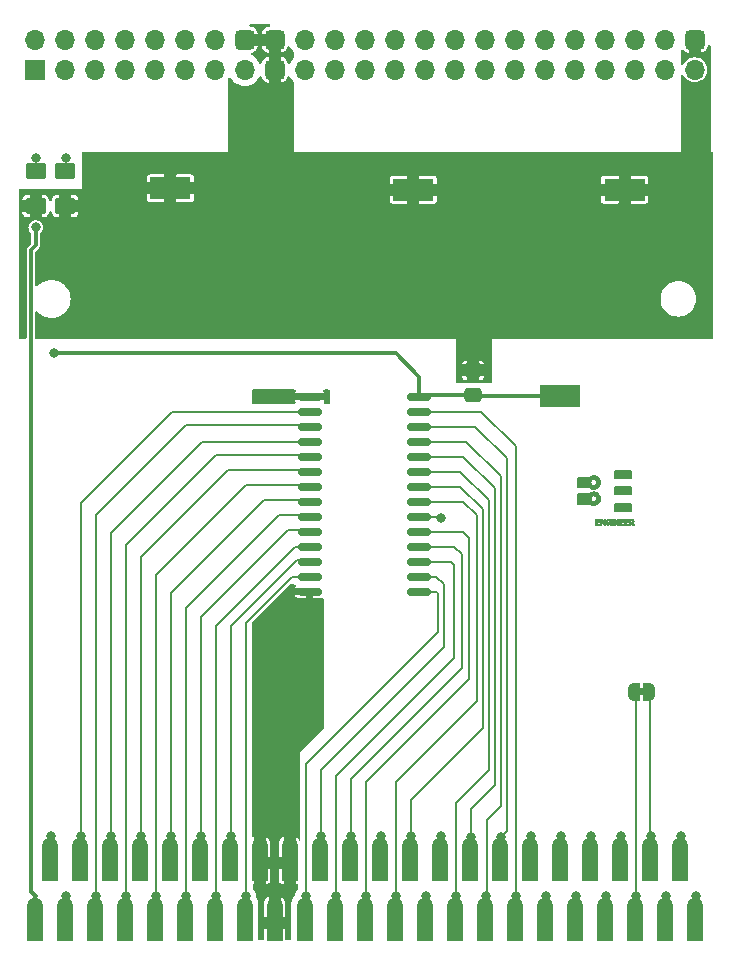
<source format=gbr>
%TF.GenerationSoftware,KiCad,Pcbnew,(6.0.9)*%
%TF.CreationDate,2022-12-02T14:08:30-06:00*%
%TF.ProjectId,Game Gear Breakout,47616d65-2047-4656-9172-20427265616b,rev?*%
%TF.SameCoordinates,Original*%
%TF.FileFunction,Copper,L1,Top*%
%TF.FilePolarity,Positive*%
%FSLAX46Y46*%
G04 Gerber Fmt 4.6, Leading zero omitted, Abs format (unit mm)*
G04 Created by KiCad (PCBNEW (6.0.9)) date 2022-12-02 14:08:30*
%MOMM*%
%LPD*%
G01*
G04 APERTURE LIST*
G04 Aperture macros list*
%AMRoundRect*
0 Rectangle with rounded corners*
0 $1 Rounding radius*
0 $2 $3 $4 $5 $6 $7 $8 $9 X,Y pos of 4 corners*
0 Add a 4 corners polygon primitive as box body*
4,1,4,$2,$3,$4,$5,$6,$7,$8,$9,$2,$3,0*
0 Add four circle primitives for the rounded corners*
1,1,$1+$1,$2,$3*
1,1,$1+$1,$4,$5*
1,1,$1+$1,$6,$7*
1,1,$1+$1,$8,$9*
0 Add four rect primitives between the rounded corners*
20,1,$1+$1,$2,$3,$4,$5,0*
20,1,$1+$1,$4,$5,$6,$7,0*
20,1,$1+$1,$6,$7,$8,$9,0*
20,1,$1+$1,$8,$9,$2,$3,0*%
%AMFreePoly0*
4,1,22,0.500000,-0.750000,0.000000,-0.750000,0.000000,-0.745033,-0.079941,-0.743568,-0.215256,-0.701293,-0.333266,-0.622738,-0.424486,-0.514219,-0.481581,-0.384460,-0.499164,-0.250000,-0.500000,-0.250000,-0.500000,0.250000,-0.499164,0.250000,-0.499963,0.256109,-0.478152,0.396186,-0.417904,0.524511,-0.324060,0.630769,-0.204165,0.706417,-0.067858,0.745374,0.000000,0.744959,0.000000,0.750000,
0.500000,0.750000,0.500000,-0.750000,0.500000,-0.750000,$1*%
%AMFreePoly1*
4,1,20,0.000000,0.744959,0.073905,0.744508,0.209726,0.703889,0.328688,0.626782,0.421226,0.519385,0.479903,0.390333,0.500000,0.250000,0.500000,-0.250000,0.499851,-0.262216,0.476331,-0.402017,0.414519,-0.529596,0.319384,-0.634700,0.198574,-0.708877,0.061801,-0.746166,0.000000,-0.745033,0.000000,-0.750000,-0.500000,-0.750000,-0.500000,0.750000,0.000000,0.750000,0.000000,0.744959,
0.000000,0.744959,$1*%
%AMFreePoly2*
4,1,20,0.080840,2.139914,0.231147,2.102159,0.368110,2.029641,0.483822,1.926546,0.571601,1.798826,0.626382,1.653854,0.645000,1.500000,0.650000,1.500000,0.650000,-1.500000,-0.650000,-1.500000,-0.650000,1.500000,-0.644219,1.500000,-0.644965,1.506754,-0.624736,1.660405,-0.568441,1.804795,-0.479328,1.931589,-0.362544,2.033467,-0.224829,2.104547,-0.074134,2.140725,0.080840,2.139914,
0.080840,2.139914,$1*%
G04 Aperture macros list end*
%TA.AperFunction,EtchedComponent*%
%ADD10C,0.095901*%
%TD*%
%TA.AperFunction,EtchedComponent*%
%ADD11C,0.134262*%
%TD*%
%TA.AperFunction,SMDPad,CuDef*%
%ADD12R,3.450000X1.850000*%
%TD*%
%TA.AperFunction,ComponentPad*%
%ADD13R,1.700000X1.700000*%
%TD*%
%TA.AperFunction,ComponentPad*%
%ADD14O,1.700000X1.700000*%
%TD*%
%TA.AperFunction,ComponentPad*%
%ADD15RoundRect,0.425000X0.425000X-0.425000X0.425000X0.425000X-0.425000X0.425000X-0.425000X-0.425000X0*%
%TD*%
%TA.AperFunction,SMDPad,CuDef*%
%ADD16RoundRect,0.250001X0.624999X-0.462499X0.624999X0.462499X-0.624999X0.462499X-0.624999X-0.462499X0*%
%TD*%
%TA.AperFunction,SMDPad,CuDef*%
%ADD17RoundRect,0.150000X-0.875000X-0.150000X0.875000X-0.150000X0.875000X0.150000X-0.875000X0.150000X0*%
%TD*%
%TA.AperFunction,SMDPad,CuDef*%
%ADD18FreePoly0,0.000000*%
%TD*%
%TA.AperFunction,SMDPad,CuDef*%
%ADD19FreePoly1,0.000000*%
%TD*%
%TA.AperFunction,SMDPad,CuDef*%
%ADD20RoundRect,0.250000X0.475000X-0.337500X0.475000X0.337500X-0.475000X0.337500X-0.475000X-0.337500X0*%
%TD*%
%TA.AperFunction,SMDPad,CuDef*%
%ADD21FreePoly2,0.000000*%
%TD*%
%TA.AperFunction,ViaPad*%
%ADD22C,0.800000*%
%TD*%
%TA.AperFunction,Conductor*%
%ADD23C,0.304800*%
%TD*%
%TA.AperFunction,Conductor*%
%ADD24C,0.203200*%
%TD*%
G04 APERTURE END LIST*
%TO.C,JP1*%
G36*
X186356299Y-112416099D02*
G01*
X185856299Y-112416099D01*
X185856299Y-111816099D01*
X186356299Y-111816099D01*
X186356299Y-112416099D01*
G37*
%TO.C,svg2mod*%
G36*
X182918736Y-97776747D02*
G01*
X182916236Y-97743267D01*
X182916236Y-97483159D01*
X183002499Y-97483159D01*
X183002499Y-97981485D01*
X182906249Y-97981485D01*
X182717499Y-97644117D01*
X182718742Y-97660857D01*
X182719986Y-97682747D01*
X182719986Y-97981485D01*
X182631236Y-97981485D01*
X182631236Y-97483159D01*
X182753736Y-97483159D01*
X182918736Y-97776747D01*
G37*
D10*
X182918736Y-97776747D02*
X182916236Y-97743267D01*
X182916236Y-97483159D01*
X183002499Y-97483159D01*
X183002499Y-97981485D01*
X182906249Y-97981485D01*
X182717499Y-97644117D01*
X182718742Y-97660857D01*
X182719986Y-97682747D01*
X182719986Y-97981485D01*
X182631236Y-97981485D01*
X182631236Y-97483159D01*
X182753736Y-97483159D01*
X182918736Y-97776747D01*
G36*
X185199999Y-93993590D02*
G01*
X183882499Y-93993590D01*
X183882499Y-93381949D01*
X185199999Y-93381949D01*
X185199999Y-93993590D01*
G37*
D11*
X185199999Y-93993590D02*
X183882499Y-93993590D01*
X183882499Y-93381949D01*
X185199999Y-93381949D01*
X185199999Y-93993590D01*
G36*
X185199999Y-95393281D02*
G01*
X183882499Y-95393281D01*
X183882499Y-94781640D01*
X185199999Y-94781640D01*
X185199999Y-95393281D01*
G37*
X185199999Y-95393281D02*
X183882499Y-95393281D01*
X183882499Y-94781640D01*
X185199999Y-94781640D01*
X185199999Y-95393281D01*
G36*
X183678749Y-97981485D02*
G01*
X183566249Y-97981485D01*
X183566249Y-97483159D01*
X183678749Y-97483159D01*
X183678749Y-97981485D01*
G37*
D10*
X183678749Y-97981485D02*
X183566249Y-97981485D01*
X183566249Y-97483159D01*
X183678749Y-97483159D01*
X183678749Y-97981485D01*
G36*
X185072499Y-97980198D02*
G01*
X185072499Y-97572008D01*
X185186249Y-97572008D01*
X185186249Y-97699487D01*
X185256249Y-97699487D01*
X185306249Y-97694337D01*
X185333749Y-97672446D01*
X185346249Y-97633816D01*
X185333749Y-97596474D01*
X185307499Y-97575872D01*
X185253749Y-97572009D01*
X185186249Y-97572008D01*
X185072499Y-97572008D01*
X185072499Y-97481872D01*
X185284999Y-97481872D01*
X185379999Y-97496036D01*
X185438749Y-97547542D01*
X185462499Y-97631241D01*
X185441718Y-97708179D01*
X185378749Y-97760007D01*
X185467499Y-97980198D01*
X185342499Y-97980198D01*
X185268749Y-97783185D01*
X185186249Y-97783185D01*
X185186249Y-97980198D01*
X185072499Y-97980198D01*
G37*
X185072499Y-97980198D02*
X185072499Y-97572008D01*
X185186249Y-97572008D01*
X185186249Y-97699487D01*
X185256249Y-97699487D01*
X185306249Y-97694337D01*
X185333749Y-97672446D01*
X185346249Y-97633816D01*
X185333749Y-97596474D01*
X185307499Y-97575872D01*
X185253749Y-97572009D01*
X185186249Y-97572008D01*
X185072499Y-97572008D01*
X185072499Y-97481872D01*
X185284999Y-97481872D01*
X185379999Y-97496036D01*
X185438749Y-97547542D01*
X185462499Y-97631241D01*
X185441718Y-97708179D01*
X185378749Y-97760007D01*
X185467499Y-97980198D01*
X185342499Y-97980198D01*
X185268749Y-97783185D01*
X185186249Y-97783185D01*
X185186249Y-97980198D01*
X185072499Y-97980198D01*
G36*
X183416249Y-97520501D02*
G01*
X183476249Y-97645405D01*
X183368749Y-97659569D01*
X183284999Y-97569433D01*
X183214999Y-97611926D01*
X183191249Y-97734254D01*
X183216249Y-97851431D01*
X183288749Y-97891349D01*
X183342499Y-97870746D01*
X183366249Y-97805075D01*
X183274999Y-97805075D01*
X183274999Y-97712363D01*
X183477499Y-97712363D01*
X183477499Y-97981485D01*
X183426249Y-97981485D01*
X183409999Y-97923540D01*
X183277499Y-97987924D01*
X183193436Y-97970540D01*
X183129999Y-97918390D01*
X183090624Y-97838394D01*
X183077499Y-97738117D01*
X183091561Y-97630597D01*
X183133749Y-97546255D01*
X183200155Y-97492334D01*
X183286249Y-97474146D01*
X183416249Y-97520501D01*
G37*
X183416249Y-97520501D02*
X183476249Y-97645405D01*
X183368749Y-97659569D01*
X183284999Y-97569433D01*
X183214999Y-97611926D01*
X183191249Y-97734254D01*
X183216249Y-97851431D01*
X183288749Y-97891349D01*
X183342499Y-97870746D01*
X183366249Y-97805075D01*
X183274999Y-97805075D01*
X183274999Y-97712363D01*
X183477499Y-97712363D01*
X183477499Y-97981485D01*
X183426249Y-97981485D01*
X183409999Y-97923540D01*
X183277499Y-97987924D01*
X183193436Y-97970540D01*
X183129999Y-97918390D01*
X183090624Y-97838394D01*
X183077499Y-97738117D01*
X183091561Y-97630597D01*
X183133749Y-97546255D01*
X183200155Y-97492334D01*
X183286249Y-97474146D01*
X183416249Y-97520501D01*
G36*
X182340786Y-93907268D02*
G01*
X182448280Y-93992785D01*
X182531295Y-94103518D01*
X182584796Y-94234282D01*
X182603749Y-94379889D01*
X182584796Y-94525496D01*
X182531295Y-94656260D01*
X182448280Y-94766993D01*
X182340786Y-94852509D01*
X182213847Y-94907623D01*
X182072499Y-94927146D01*
X181934119Y-94908594D01*
X181809629Y-94855991D01*
X181703749Y-94773914D01*
X180736249Y-94773914D01*
X180736249Y-94379889D01*
X181788749Y-94379889D01*
X181810936Y-94493465D01*
X181871561Y-94586398D01*
X181961718Y-94649152D01*
X182072499Y-94672189D01*
X182183280Y-94649152D01*
X182273436Y-94586398D01*
X182334061Y-94493465D01*
X182356249Y-94379889D01*
X182334061Y-94265568D01*
X182273436Y-94172253D01*
X182183280Y-94109359D01*
X182072499Y-94086301D01*
X181962245Y-94109359D01*
X181872030Y-94172253D01*
X181811112Y-94265568D01*
X181788749Y-94379889D01*
X180736249Y-94379889D01*
X180736249Y-93985864D01*
X181703749Y-93985864D01*
X181810184Y-93904359D01*
X181934397Y-93851470D01*
X182072499Y-93832632D01*
X182213847Y-93852155D01*
X182340786Y-93907268D01*
G37*
D11*
X182340786Y-93907268D02*
X182448280Y-93992785D01*
X182531295Y-94103518D01*
X182584796Y-94234282D01*
X182603749Y-94379889D01*
X182584796Y-94525496D01*
X182531295Y-94656260D01*
X182448280Y-94766993D01*
X182340786Y-94852509D01*
X182213847Y-94907623D01*
X182072499Y-94927146D01*
X181934119Y-94908594D01*
X181809629Y-94855991D01*
X181703749Y-94773914D01*
X180736249Y-94773914D01*
X180736249Y-94379889D01*
X181788749Y-94379889D01*
X181810936Y-94493465D01*
X181871561Y-94586398D01*
X181961718Y-94649152D01*
X182072499Y-94672189D01*
X182183280Y-94649152D01*
X182273436Y-94586398D01*
X182334061Y-94493465D01*
X182356249Y-94379889D01*
X182334061Y-94265568D01*
X182273436Y-94172253D01*
X182183280Y-94109359D01*
X182072499Y-94086301D01*
X181962245Y-94109359D01*
X181872030Y-94172253D01*
X181811112Y-94265568D01*
X181788749Y-94379889D01*
X180736249Y-94379889D01*
X180736249Y-93985864D01*
X181703749Y-93985864D01*
X181810184Y-93904359D01*
X181934397Y-93851470D01*
X182072499Y-93832632D01*
X182213847Y-93852155D01*
X182340786Y-93907268D01*
G36*
X185199999Y-96796834D02*
G01*
X183882499Y-96796834D01*
X183882499Y-96185194D01*
X185199999Y-96185194D01*
X185199999Y-96796834D01*
G37*
X185199999Y-96796834D02*
X183882499Y-96796834D01*
X183882499Y-96185194D01*
X185199999Y-96185194D01*
X185199999Y-96796834D01*
G36*
X182340786Y-95304384D02*
G01*
X182448280Y-95389900D01*
X182531295Y-95500634D01*
X182584796Y-95631397D01*
X182603749Y-95777004D01*
X182584796Y-95922612D01*
X182531295Y-96053375D01*
X182448280Y-96164109D01*
X182340786Y-96249625D01*
X182213847Y-96304738D01*
X182072499Y-96324262D01*
X181934119Y-96305710D01*
X181809629Y-96253106D01*
X181703749Y-96171030D01*
X180736249Y-96171030D01*
X180736249Y-95777004D01*
X181788749Y-95777004D01*
X181810936Y-95891325D01*
X181871561Y-95984640D01*
X181961718Y-96047535D01*
X182072499Y-96070592D01*
X182183280Y-96047535D01*
X182273436Y-95984640D01*
X182334061Y-95891325D01*
X182356249Y-95777004D01*
X182334061Y-95663429D01*
X182273436Y-95570495D01*
X182183280Y-95507742D01*
X182072499Y-95484705D01*
X181962245Y-95507561D01*
X181872030Y-95570012D01*
X181811112Y-95662885D01*
X181788749Y-95777004D01*
X180736249Y-95777004D01*
X180736249Y-95382979D01*
X181703749Y-95382979D01*
X181810184Y-95301475D01*
X181934397Y-95248585D01*
X182072499Y-95229747D01*
X182213847Y-95249271D01*
X182340786Y-95304384D01*
G37*
X182340786Y-95304384D02*
X182448280Y-95389900D01*
X182531295Y-95500634D01*
X182584796Y-95631397D01*
X182603749Y-95777004D01*
X182584796Y-95922612D01*
X182531295Y-96053375D01*
X182448280Y-96164109D01*
X182340786Y-96249625D01*
X182213847Y-96304738D01*
X182072499Y-96324262D01*
X181934119Y-96305710D01*
X181809629Y-96253106D01*
X181703749Y-96171030D01*
X180736249Y-96171030D01*
X180736249Y-95777004D01*
X181788749Y-95777004D01*
X181810936Y-95891325D01*
X181871561Y-95984640D01*
X181961718Y-96047535D01*
X182072499Y-96070592D01*
X182183280Y-96047535D01*
X182273436Y-95984640D01*
X182334061Y-95891325D01*
X182356249Y-95777004D01*
X182334061Y-95663429D01*
X182273436Y-95570495D01*
X182183280Y-95507742D01*
X182072499Y-95484705D01*
X181962245Y-95507561D01*
X181872030Y-95570012D01*
X181811112Y-95662885D01*
X181788749Y-95777004D01*
X180736249Y-95777004D01*
X180736249Y-95382979D01*
X181703749Y-95382979D01*
X181810184Y-95301475D01*
X181934397Y-95248585D01*
X182072499Y-95229747D01*
X182213847Y-95249271D01*
X182340786Y-95304384D01*
G36*
X184591249Y-97577159D02*
G01*
X184361249Y-97577159D01*
X184361249Y-97678884D01*
X184542499Y-97678884D01*
X184542499Y-97772884D01*
X184361249Y-97772884D01*
X184361249Y-97881047D01*
X184591249Y-97881047D01*
X184591249Y-97980198D01*
X184246249Y-97980198D01*
X184246249Y-97481872D01*
X184591249Y-97481872D01*
X184591249Y-97577159D01*
G37*
D10*
X184591249Y-97577159D02*
X184361249Y-97577159D01*
X184361249Y-97678884D01*
X184542499Y-97678884D01*
X184542499Y-97772884D01*
X184361249Y-97772884D01*
X184361249Y-97881047D01*
X184591249Y-97881047D01*
X184591249Y-97980198D01*
X184246249Y-97980198D01*
X184246249Y-97481872D01*
X184591249Y-97481872D01*
X184591249Y-97577159D01*
G36*
X185004999Y-97577159D02*
G01*
X184774999Y-97577159D01*
X184774999Y-97678884D01*
X184954999Y-97678884D01*
X184954999Y-97772884D01*
X184773749Y-97772884D01*
X184773749Y-97881047D01*
X185004999Y-97881047D01*
X185004999Y-97980198D01*
X184659999Y-97980198D01*
X184659999Y-97481872D01*
X185004999Y-97481872D01*
X185004999Y-97577159D01*
G37*
X185004999Y-97577159D02*
X184774999Y-97577159D01*
X184774999Y-97678884D01*
X184954999Y-97678884D01*
X184954999Y-97772884D01*
X184773749Y-97772884D01*
X184773749Y-97881047D01*
X185004999Y-97881047D01*
X185004999Y-97980198D01*
X184659999Y-97980198D01*
X184659999Y-97481872D01*
X185004999Y-97481872D01*
X185004999Y-97577159D01*
G36*
X182562499Y-97577159D02*
G01*
X182332499Y-97577159D01*
X182332499Y-97678884D01*
X182513749Y-97678884D01*
X182513749Y-97772884D01*
X182332499Y-97772884D01*
X182332499Y-97881047D01*
X182562499Y-97881047D01*
X182562499Y-97980198D01*
X182217499Y-97980198D01*
X182217499Y-97481872D01*
X182562499Y-97481872D01*
X182562499Y-97577159D01*
G37*
X182562499Y-97577159D02*
X182332499Y-97577159D01*
X182332499Y-97678884D01*
X182513749Y-97678884D01*
X182513749Y-97772884D01*
X182332499Y-97772884D01*
X182332499Y-97881047D01*
X182562499Y-97881047D01*
X182562499Y-97980198D01*
X182217499Y-97980198D01*
X182217499Y-97481872D01*
X182562499Y-97481872D01*
X182562499Y-97577159D01*
G36*
X184148749Y-97981485D02*
G01*
X184052499Y-97981485D01*
X183863749Y-97645405D01*
X183864992Y-97662145D01*
X183866236Y-97684035D01*
X183866236Y-97982773D01*
X183777486Y-97982773D01*
X183777486Y-97484447D01*
X183899986Y-97484447D01*
X184064986Y-97778034D01*
X184062486Y-97744555D01*
X184062486Y-97484447D01*
X184148736Y-97484447D01*
X184148749Y-97483159D01*
X184148749Y-97981485D01*
G37*
X184148749Y-97981485D02*
X184052499Y-97981485D01*
X183863749Y-97645405D01*
X183864992Y-97662145D01*
X183866236Y-97684035D01*
X183866236Y-97982773D01*
X183777486Y-97982773D01*
X183777486Y-97484447D01*
X183899986Y-97484447D01*
X184064986Y-97778034D01*
X184062486Y-97744555D01*
X184062486Y-97484447D01*
X184148736Y-97484447D01*
X184148749Y-97483159D01*
X184148749Y-97981485D01*
%TD*%
D12*
%TO.P,TP3,1,1*%
%TO.N,GND*%
X146227800Y-69494400D03*
%TD*%
%TO.P,TP4,1,1*%
%TO.N,+5V*%
X179222899Y-87097099D03*
%TD*%
D13*
%TO.P,J2,1,Pin_1*%
%TO.N,/+34V*%
X134742699Y-59451899D03*
D14*
%TO.P,J2,2,Pin_2*%
%TO.N,+5V*%
X134742699Y-56911899D03*
%TO.P,J2,3,Pin_3*%
%TO.N,/~{WR}*%
X137282699Y-59451899D03*
%TO.P,J2,4,Pin_4*%
%TO.N,/A12*%
X137282699Y-56911899D03*
%TO.P,J2,5,Pin_5*%
%TO.N,/A7*%
X139822699Y-59451899D03*
%TO.P,J2,6,Pin_6*%
%TO.N,/A6*%
X139822699Y-56911899D03*
%TO.P,J2,7,Pin_7*%
%TO.N,/A5*%
X142362699Y-59451899D03*
%TO.P,J2,8,Pin_8*%
%TO.N,/A4*%
X142362699Y-56911899D03*
%TO.P,J2,9,Pin_9*%
%TO.N,/A3*%
X144902699Y-59451899D03*
%TO.P,J2,10,Pin_10*%
%TO.N,/A2*%
X144902699Y-56911899D03*
%TO.P,J2,11,Pin_11*%
%TO.N,/A1*%
X147442699Y-59451899D03*
%TO.P,J2,12,Pin_12*%
%TO.N,/A0*%
X147442699Y-56911899D03*
%TO.P,J2,13,Pin_13*%
%TO.N,/D0*%
X149982699Y-59451899D03*
%TO.P,J2,14,Pin_14*%
%TO.N,/D1*%
X149982699Y-56911899D03*
%TO.P,J2,15,Pin_15*%
%TO.N,/D2*%
X152522699Y-59451899D03*
D15*
%TO.P,J2,16,Pin_16*%
%TO.N,GND*%
X152522699Y-56911899D03*
%TO.P,J2,17,Pin_17*%
X155062699Y-59451899D03*
%TO.P,J2,18,Pin_18*%
X155062699Y-56911899D03*
D14*
%TO.P,J2,19,Pin_19*%
%TO.N,/D3*%
X157602699Y-59451899D03*
%TO.P,J2,20,Pin_20*%
%TO.N,/D4*%
X157602699Y-56911899D03*
%TO.P,J2,21,Pin_21*%
%TO.N,/D5*%
X160142699Y-59451899D03*
%TO.P,J2,22,Pin_22*%
%TO.N,/D6*%
X160142699Y-56911899D03*
%TO.P,J2,23,Pin_23*%
%TO.N,/D7*%
X162682699Y-59451899D03*
%TO.P,J2,24,Pin_24*%
%TO.N,/~{CE}*%
X162682699Y-56911899D03*
%TO.P,J2,25,Pin_25*%
%TO.N,/A10*%
X165222699Y-59451899D03*
%TO.P,J2,26,Pin_26*%
%TO.N,/~{RD}*%
X165222699Y-56911899D03*
%TO.P,J2,27,Pin_27*%
%TO.N,/~{M0-7}*%
X167762699Y-59451899D03*
%TO.P,J2,28,Pin_28*%
%TO.N,/A15*%
X167762699Y-56911899D03*
%TO.P,J2,29,Pin_29*%
%TO.N,/A11*%
X170302699Y-59451899D03*
%TO.P,J2,30,Pin_30*%
%TO.N,/A9*%
X170302699Y-56911899D03*
%TO.P,J2,31,Pin_31*%
%TO.N,/A8*%
X172842699Y-59451899D03*
%TO.P,J2,32,Pin_32*%
%TO.N,/A13*%
X172842699Y-56911899D03*
%TO.P,J2,33,Pin_33*%
%TO.N,/A14*%
X175382699Y-59451899D03*
%TO.P,J2,34,Pin_34*%
%TO.N,/~{M8-B}*%
X175382699Y-56911899D03*
%TO.P,J2,35,Pin_35*%
%TO.N,+5V*%
X177922699Y-59451899D03*
%TO.P,J2,36,Pin_36*%
%TO.N,/~{M1}*%
X177922699Y-56911899D03*
%TO.P,J2,37,Pin_37*%
%TO.N,/~{IOReg}*%
X180462699Y-59451899D03*
%TO.P,J2,38,Pin_38*%
%TO.N,/~{Refresh}*%
X180462699Y-56911899D03*
%TO.P,J2,39,Pin_39*%
%TO.N,/~{RESET}*%
X183002699Y-59451899D03*
%TO.P,J2,40,Pin_40*%
%TO.N,/Clock*%
X183002699Y-56911899D03*
%TO.P,J2,41,Pin_41*%
%TO.N,/Pin 41*%
X185542699Y-59451899D03*
%TO.P,J2,42,Pin_42*%
%TO.N,/~{GG}*%
X185542699Y-56911899D03*
%TO.P,J2,43,Pin_43*%
%TO.N,/~{TV}*%
X188082699Y-59451899D03*
%TO.P,J2,44,Pin_44*%
%TO.N,/TV_R*%
X188082699Y-56911899D03*
%TO.P,J2,45,Pin_45*%
%TO.N,/TV_L*%
X190622699Y-59451899D03*
D15*
%TO.P,J2,46,Pin_46*%
%TO.N,GND*%
X190622699Y-56911899D03*
%TD*%
D12*
%TO.P,TP1,1,1*%
%TO.N,GND*%
X166801800Y-69596000D03*
%TD*%
D16*
%TO.P,D1,1,K*%
%TO.N,GND*%
X137323699Y-70982399D03*
%TO.P,D1,2,A*%
%TO.N,Net-(D1-Pad2)*%
X137323699Y-68007399D03*
%TD*%
%TO.P,D2,1,K*%
%TO.N,GND*%
X134823699Y-70982399D03*
%TO.P,D2,2,A*%
%TO.N,Net-(D2-Pad2)*%
X134823699Y-68007399D03*
%TD*%
D17*
%TO.P,J3,1,Pin_1*%
%TO.N,GND*%
X158017699Y-87131899D03*
%TO.P,J3,2,Pin_2*%
%TO.N,/A12*%
X158017699Y-88401899D03*
%TO.P,J3,3,Pin_3*%
%TO.N,/A7*%
X158017699Y-89671899D03*
%TO.P,J3,4,Pin_4*%
%TO.N,/A6*%
X158017699Y-90941899D03*
%TO.P,J3,5,Pin_5*%
%TO.N,/A5*%
X158017699Y-92211899D03*
%TO.P,J3,6,Pin_6*%
%TO.N,/A4*%
X158017699Y-93481899D03*
%TO.P,J3,7,Pin_7*%
%TO.N,/A3*%
X158017699Y-94751899D03*
%TO.P,J3,8,Pin_8*%
%TO.N,/A2*%
X158017699Y-96021899D03*
%TO.P,J3,9,Pin_9*%
%TO.N,/A1*%
X158017699Y-97291899D03*
%TO.P,J3,10,Pin_10*%
%TO.N,/A0*%
X158017699Y-98561899D03*
%TO.P,J3,11,Pin_11*%
%TO.N,/D0*%
X158017699Y-99831899D03*
%TO.P,J3,12,Pin_12*%
%TO.N,/D1*%
X158017699Y-101101899D03*
%TO.P,J3,13,Pin_13*%
%TO.N,/D2*%
X158017699Y-102371899D03*
%TO.P,J3,14,Pin_14*%
%TO.N,GND*%
X158017699Y-103641899D03*
%TO.P,J3,15,Pin_15*%
%TO.N,/D3*%
X167317699Y-103641899D03*
%TO.P,J3,16,Pin_16*%
%TO.N,/D4*%
X167317699Y-102371899D03*
%TO.P,J3,17,Pin_17*%
%TO.N,/D5*%
X167317699Y-101101899D03*
%TO.P,J3,18,Pin_18*%
%TO.N,/D6*%
X167317699Y-99831899D03*
%TO.P,J3,19,Pin_19*%
%TO.N,/D7*%
X167317699Y-98561899D03*
%TO.P,J3,20,Pin_20*%
%TO.N,/~{M0-7}*%
X167317699Y-97291899D03*
%TO.P,J3,21,Pin_21*%
%TO.N,/A10*%
X167317699Y-96021899D03*
%TO.P,J3,22,Pin_22*%
%TO.N,/~{RD}*%
X167317699Y-94751899D03*
%TO.P,J3,23,Pin_23*%
%TO.N,/A11*%
X167317699Y-93481899D03*
%TO.P,J3,24,Pin_24*%
%TO.N,/A9*%
X167317699Y-92211899D03*
%TO.P,J3,25,Pin_25*%
%TO.N,/A8*%
X167317699Y-90941899D03*
%TO.P,J3,26,Pin_26*%
%TO.N,/A13*%
X167317699Y-89671899D03*
%TO.P,J3,27,Pin_27*%
%TO.N,/A14*%
X167317699Y-88401899D03*
%TO.P,J3,28,Pin_28*%
%TO.N,+5V*%
X167317699Y-87131899D03*
%TD*%
D18*
%TO.P,JP1,1,A*%
%TO.N,/Pin 41*%
X185456299Y-112116099D03*
D19*
%TO.P,JP1,2,B*%
%TO.N,/~{GG}*%
X186756299Y-112116099D03*
%TD*%
D20*
%TO.P,C1,1*%
%TO.N,+5V*%
X171857699Y-86984399D03*
%TO.P,C1,2*%
%TO.N,GND*%
X171857699Y-84909399D03*
%TD*%
D12*
%TO.P,TP2,1,1*%
%TO.N,GND*%
X184683400Y-69596000D03*
%TD*%
D21*
%TO.P,J1,1,Pin_1*%
%TO.N,/+34V*%
X134735102Y-131666665D03*
%TO.P,J1,2,Pin_2*%
%TO.N,+5V*%
X136005102Y-126586665D03*
%TO.P,J1,3,Pin_3*%
%TO.N,/~{WR}*%
X137275102Y-131666665D03*
%TO.P,J1,4,Pin_4*%
%TO.N,/A12*%
X138545102Y-126586665D03*
%TO.P,J1,5,Pin_5*%
%TO.N,/A7*%
X139815102Y-131666665D03*
%TO.P,J1,6,Pin_6*%
%TO.N,/A6*%
X141085102Y-126586665D03*
%TO.P,J1,7,Pin_7*%
%TO.N,/A5*%
X142355102Y-131666665D03*
%TO.P,J1,8,Pin_8*%
%TO.N,/A4*%
X143625102Y-126586665D03*
%TO.P,J1,9,Pin_9*%
%TO.N,/A3*%
X144895102Y-131666665D03*
%TO.P,J1,10,Pin_10*%
%TO.N,/A2*%
X146165102Y-126586665D03*
%TO.P,J1,11,Pin_11*%
%TO.N,/A1*%
X147435102Y-131666665D03*
%TO.P,J1,12,Pin_12*%
%TO.N,/A0*%
X148705102Y-126586665D03*
%TO.P,J1,13,Pin_13*%
%TO.N,/D0*%
X149975102Y-131666665D03*
%TO.P,J1,14,Pin_14*%
%TO.N,/D1*%
X151245102Y-126586665D03*
%TO.P,J1,15,Pin_15*%
%TO.N,/D2*%
X152515102Y-131666665D03*
%TO.P,J1,16,Pin_16*%
%TO.N,GND*%
X153785102Y-126586665D03*
%TO.P,J1,17,Pin_17*%
X155055102Y-131666665D03*
%TO.P,J1,18,Pin_18*%
X156325102Y-126586665D03*
%TO.P,J1,19,Pin_19*%
%TO.N,/D3*%
X157595102Y-131666665D03*
%TO.P,J1,20,Pin_20*%
%TO.N,/D4*%
X158865102Y-126586665D03*
%TO.P,J1,21,Pin_21*%
%TO.N,/D5*%
X160135102Y-131666665D03*
%TO.P,J1,22,Pin_22*%
%TO.N,/D6*%
X161405102Y-126586665D03*
%TO.P,J1,23,Pin_23*%
%TO.N,/D7*%
X162675102Y-131666665D03*
%TO.P,J1,24,Pin_24*%
%TO.N,/~{CE}*%
X163945102Y-126586665D03*
%TO.P,J1,25,Pin_25*%
%TO.N,/A10*%
X165215102Y-131666665D03*
%TO.P,J1,26,Pin_26*%
%TO.N,/~{RD}*%
X166485102Y-126586665D03*
%TO.P,J1,27,Pin_27*%
%TO.N,/~{M0-7}*%
X167755102Y-131666665D03*
%TO.P,J1,28,Pin_28*%
%TO.N,/A15*%
X169025102Y-126586665D03*
%TO.P,J1,29,Pin_29*%
%TO.N,/A11*%
X170295102Y-131666665D03*
%TO.P,J1,30,Pin_30*%
%TO.N,/A9*%
X171565102Y-126586665D03*
%TO.P,J1,31,Pin_31*%
%TO.N,/A8*%
X172835102Y-131666665D03*
%TO.P,J1,32,Pin_32*%
%TO.N,/A13*%
X174105102Y-126586665D03*
%TO.P,J1,33,Pin_33*%
%TO.N,/A14*%
X175375102Y-131666665D03*
%TO.P,J1,34,Pin_34*%
%TO.N,/~{M8-B}*%
X176645102Y-126586665D03*
%TO.P,J1,35,Pin_35*%
%TO.N,+5V*%
X177915102Y-131666665D03*
%TO.P,J1,36,Pin_36*%
%TO.N,/~{M1}*%
X179185102Y-126586665D03*
%TO.P,J1,37,Pin_37*%
%TO.N,/~{IOReg}*%
X180455102Y-131666665D03*
%TO.P,J1,38,Pin_38*%
%TO.N,/~{Refresh}*%
X181725102Y-126586665D03*
%TO.P,J1,39,Pin_39*%
%TO.N,/~{RESET}*%
X182995102Y-131666665D03*
%TO.P,J1,40,Pin_40*%
%TO.N,/Clock*%
X184265102Y-126586665D03*
%TO.P,J1,41,Pin_41*%
%TO.N,/Pin 41*%
X185535102Y-131666665D03*
%TO.P,J1,42,Pin_42*%
%TO.N,/~{GG}*%
X186805102Y-126586665D03*
%TO.P,J1,43,Pin_43*%
%TO.N,/~{TV}*%
X188075102Y-131666665D03*
%TO.P,J1,44,Pin_44*%
%TO.N,/TV_R*%
X189345102Y-126586665D03*
%TO.P,J1,45,Pin_45*%
%TO.N,/TV_L*%
X190615102Y-131666665D03*
%TD*%
D22*
%TO.N,+5V*%
X136093699Y-124358899D03*
X136347699Y-83464899D03*
X177922699Y-87101899D03*
X178003699Y-129438899D03*
%TO.N,GND*%
X156413699Y-124358899D03*
X156159699Y-87147899D03*
X151663400Y-67513200D03*
X155143699Y-129438899D03*
X153619699Y-71018899D03*
X153873699Y-124358899D03*
X154889699Y-87147899D03*
X154635699Y-71018899D03*
X155651699Y-71018899D03*
X153619699Y-87147899D03*
%TO.N,Net-(D1-Pad2)*%
X137363699Y-66954899D03*
%TO.N,Net-(D2-Pad2)*%
X134823699Y-66954899D03*
%TO.N,/+34V*%
X134823699Y-72796899D03*
%TO.N,/~{WR}*%
X137363699Y-129438899D03*
%TO.N,/A12*%
X138633699Y-124358899D03*
%TO.N,/A7*%
X139903699Y-129438899D03*
%TO.N,/A6*%
X141173699Y-124358899D03*
%TO.N,/A5*%
X142443699Y-129438899D03*
%TO.N,/A4*%
X143713699Y-124358899D03*
%TO.N,/A3*%
X144983699Y-129438899D03*
%TO.N,/A2*%
X146253699Y-124358899D03*
%TO.N,/A1*%
X147523699Y-129438899D03*
%TO.N,/A0*%
X148793699Y-124358899D03*
%TO.N,/D0*%
X150063699Y-129438899D03*
%TO.N,/D1*%
X151333699Y-124358899D03*
%TO.N,/D2*%
X152603699Y-129438899D03*
%TO.N,/D3*%
X157683699Y-129438899D03*
%TO.N,/D4*%
X158953699Y-124358899D03*
%TO.N,/D5*%
X160223699Y-129438899D03*
%TO.N,/D6*%
X161493699Y-124358899D03*
%TO.N,/D7*%
X162763699Y-129438899D03*
%TO.N,/~{CE}*%
X164033699Y-124358899D03*
%TO.N,/A10*%
X165303699Y-129438899D03*
%TO.N,/~{RD}*%
X166573699Y-124358899D03*
%TO.N,/~{M0-7}*%
X169113699Y-97434899D03*
X167843699Y-129438899D03*
%TO.N,/A15*%
X169113699Y-124358899D03*
%TO.N,/A11*%
X170383699Y-129438899D03*
%TO.N,/A9*%
X171694601Y-124411972D03*
%TO.N,/A8*%
X172923699Y-129438899D03*
%TO.N,/A13*%
X174237553Y-124386714D03*
%TO.N,/A14*%
X175463699Y-129438899D03*
%TO.N,/~{M8-B}*%
X176733699Y-124358899D03*
%TO.N,/~{M1}*%
X179273699Y-124358899D03*
%TO.N,/~{IOReg}*%
X180543699Y-129438899D03*
%TO.N,/~{Refresh}*%
X181813699Y-124358899D03*
%TO.N,/~{RESET}*%
X183083699Y-129438899D03*
%TO.N,/Clock*%
X184353699Y-124358899D03*
%TO.N,/~{GG}*%
X186893699Y-124358899D03*
%TO.N,/~{TV}*%
X188163699Y-129438899D03*
%TO.N,/TV_R*%
X189433699Y-124358899D03*
%TO.N,/TV_L*%
X190703699Y-129438899D03*
%TO.N,/Pin 41*%
X185623699Y-129438899D03*
%TD*%
D23*
%TO.N,+5V*%
X177915102Y-129527496D02*
X178003699Y-129438899D01*
X171975199Y-87101899D02*
X177922699Y-87101899D01*
X136005102Y-126586665D02*
X136005102Y-124447496D01*
X165303699Y-83464899D02*
X136347699Y-83464899D01*
X136005102Y-124447496D02*
X136093699Y-124358899D01*
X167317699Y-87131899D02*
X167317699Y-85478899D01*
X165303699Y-83464899D02*
X167317699Y-85478899D01*
X167465199Y-86984399D02*
X171857699Y-86984399D01*
X177915102Y-131666665D02*
X177915102Y-129527496D01*
%TO.N,GND*%
X153785102Y-126586665D02*
X153785102Y-124447496D01*
X153785102Y-124447496D02*
X153873699Y-124358899D01*
X155055102Y-131666665D02*
X155055102Y-129527496D01*
X155055102Y-129527496D02*
X155143699Y-129438899D01*
X156325102Y-126586665D02*
X156325102Y-124447496D01*
X156325102Y-124447496D02*
X156413699Y-124358899D01*
D24*
%TO.N,Net-(D1-Pad2)*%
X137363699Y-66954899D02*
X137363699Y-67967399D01*
%TO.N,Net-(D2-Pad2)*%
X134823699Y-68007399D02*
X134823699Y-66954899D01*
D23*
%TO.N,/+34V*%
X134425298Y-74719300D02*
X134823699Y-74320899D01*
X134425298Y-129040498D02*
X134425298Y-74719300D01*
X134823699Y-129438899D02*
X134425298Y-129040498D01*
X134735102Y-129527496D02*
X134823699Y-129438899D01*
X134735102Y-131666665D02*
X134735102Y-129527496D01*
X134823699Y-74320899D02*
X134823699Y-72796899D01*
D24*
%TO.N,/~{WR}*%
X137275102Y-129527496D02*
X137363699Y-129438899D01*
X137275102Y-131666665D02*
X137275102Y-129527496D01*
%TO.N,/A12*%
X138633699Y-124358899D02*
X138633699Y-96164899D01*
X146396699Y-88401899D02*
X158017699Y-88401899D01*
X138545102Y-126586665D02*
X138545102Y-124447496D01*
X138633699Y-96164899D02*
X146396699Y-88401899D01*
X138545102Y-124447496D02*
X138633699Y-124358899D01*
%TO.N,/A7*%
X139815102Y-129527496D02*
X139903699Y-129438899D01*
X139903699Y-97180899D02*
X147523699Y-89560899D01*
X139903699Y-129438899D02*
X139903699Y-97180899D01*
X139815102Y-131666665D02*
X139815102Y-129527496D01*
X147523699Y-89560899D02*
X157906699Y-89560899D01*
%TO.N,/A6*%
X141173699Y-98704899D02*
X148936699Y-90941899D01*
X141173699Y-124358899D02*
X141173699Y-98704899D01*
X141085102Y-124447496D02*
X141173699Y-124358899D01*
X141085102Y-126586665D02*
X141085102Y-124447496D01*
X148936699Y-90941899D02*
X158017699Y-90941899D01*
%TO.N,/A5*%
X150063699Y-92100899D02*
X157906699Y-92100899D01*
X142443699Y-129438899D02*
X142443699Y-99720899D01*
X142355102Y-129527496D02*
X142443699Y-129438899D01*
X142355102Y-131666665D02*
X142355102Y-129527496D01*
X142443699Y-99720899D02*
X150063699Y-92100899D01*
%TO.N,/A4*%
X143713699Y-100736899D02*
X151079699Y-93370899D01*
X151079699Y-93370899D02*
X157906699Y-93370899D01*
X143625102Y-126586665D02*
X143625102Y-124447496D01*
X143625102Y-124447496D02*
X143713699Y-124358899D01*
X143713699Y-124358899D02*
X143713699Y-100736899D01*
%TO.N,/A3*%
X144895102Y-129527496D02*
X144983699Y-129438899D01*
X152603699Y-94640899D02*
X157906699Y-94640899D01*
X144983699Y-129438899D02*
X144983699Y-102260899D01*
X144895102Y-131666665D02*
X144895102Y-129527496D01*
X144983699Y-102260899D02*
X152603699Y-94640899D01*
%TO.N,/A2*%
X146253699Y-126498068D02*
X146253699Y-124358899D01*
X146253699Y-124358899D02*
X146253699Y-103784899D01*
X146253699Y-103784899D02*
X154127699Y-95910899D01*
X154127699Y-95910899D02*
X157906699Y-95910899D01*
%TO.N,/A1*%
X147523699Y-129438899D02*
X147523699Y-105054899D01*
X147435102Y-131666665D02*
X147435102Y-129527496D01*
X155397699Y-97180899D02*
X157906699Y-97180899D01*
X147523699Y-105054899D02*
X155397699Y-97180899D01*
X147435102Y-129527496D02*
X147523699Y-129438899D01*
%TO.N,/A0*%
X148705102Y-126586665D02*
X148705102Y-124447496D01*
X148705102Y-124447496D02*
X148793699Y-124358899D01*
X148793699Y-105816899D02*
X156159699Y-98450899D01*
X148793699Y-124358899D02*
X148793699Y-105816899D01*
X156159699Y-98450899D02*
X157906699Y-98450899D01*
%TO.N,/D0*%
X156810699Y-99831899D02*
X158017699Y-99831899D01*
X150063699Y-106578899D02*
X156810699Y-99831899D01*
X150063699Y-129438899D02*
X150063699Y-106578899D01*
X149975102Y-131666665D02*
X149975102Y-129527496D01*
X149975102Y-129527496D02*
X150063699Y-129438899D01*
%TO.N,/D1*%
X156921699Y-100990899D02*
X157906699Y-100990899D01*
X151333699Y-124358899D02*
X151333699Y-106578899D01*
X151245102Y-124447496D02*
X151333699Y-124358899D01*
X151333699Y-106578899D02*
X156921699Y-100990899D01*
X151245102Y-126586665D02*
X151245102Y-124447496D01*
%TO.N,/D2*%
X156556699Y-102371899D02*
X152603699Y-106324899D01*
X158017699Y-102371899D02*
X156556699Y-102371899D01*
X152603699Y-106324899D02*
X152603699Y-129438899D01*
X152515102Y-131666665D02*
X152515102Y-129527496D01*
X152515102Y-129527496D02*
X152603699Y-129438899D01*
%TO.N,/D3*%
X168859699Y-107086899D02*
X157683699Y-118262899D01*
X167317699Y-103641899D02*
X168716699Y-103641899D01*
X157595102Y-131666665D02*
X157595102Y-129527496D01*
X168716699Y-103641899D02*
X168859699Y-103784899D01*
X168859699Y-103784899D02*
X168859699Y-107086899D01*
X157683699Y-118262899D02*
X157683699Y-129438899D01*
X157595102Y-129527496D02*
X157683699Y-129438899D01*
%TO.N,/D4*%
X169367699Y-108356899D02*
X169367699Y-103022899D01*
X168716699Y-102371899D02*
X167317699Y-102371899D01*
X158953699Y-124358899D02*
X158953699Y-118770899D01*
X158865102Y-124447496D02*
X158953699Y-124358899D01*
X158953699Y-118770899D02*
X169367699Y-108356899D01*
X169367699Y-103022899D02*
X168716699Y-102371899D01*
X158865102Y-126586665D02*
X158865102Y-124447496D01*
%TO.N,/D5*%
X160223699Y-129438899D02*
X160223699Y-119278899D01*
X170282598Y-101391986D02*
X169992511Y-101101899D01*
X160135102Y-131666665D02*
X160135102Y-129527496D01*
X170282598Y-109220000D02*
X170282598Y-101391986D01*
X169992511Y-101101899D02*
X167317699Y-101101899D01*
X160135102Y-129527496D02*
X160223699Y-129438899D01*
X160223699Y-119278899D02*
X170282598Y-109220000D01*
%TO.N,/D6*%
X170240699Y-99831899D02*
X167317699Y-99831899D01*
X161493699Y-119532899D02*
X170891699Y-110134899D01*
X161405102Y-126586665D02*
X161405102Y-124447496D01*
X170891699Y-100482899D02*
X170240699Y-99831899D01*
X161493699Y-124358899D02*
X161493699Y-119532899D01*
X170891699Y-110134899D02*
X170891699Y-100482899D01*
X161405102Y-124447496D02*
X161493699Y-124358899D01*
%TO.N,/D7*%
X162763699Y-119783993D02*
X162763699Y-129438899D01*
X171500800Y-111046892D02*
X162763699Y-119783993D01*
X171500800Y-99060000D02*
X171500800Y-111046892D01*
X162763699Y-131578068D02*
X162763699Y-129438899D01*
X171002699Y-98561899D02*
X171500800Y-99060000D01*
X167317699Y-98561899D02*
X171002699Y-98561899D01*
%TO.N,/~{CE}*%
X163945102Y-124447496D02*
X164033699Y-124358899D01*
X163945102Y-126586665D02*
X163945102Y-124447496D01*
%TO.N,/A10*%
X165215102Y-131666665D02*
X165215102Y-129527496D01*
X171002699Y-96021899D02*
X172161699Y-97180899D01*
X165303699Y-119786899D02*
X165303699Y-129438899D01*
X165215102Y-129527496D02*
X165303699Y-129438899D01*
X172161699Y-97180899D02*
X172161699Y-112928899D01*
X167317699Y-96021899D02*
X171002699Y-96021899D01*
X172161699Y-112928899D02*
X165303699Y-119786899D01*
%TO.N,/~{RD}*%
X167317699Y-94751899D02*
X170748699Y-94751899D01*
X172669699Y-115214899D02*
X166573699Y-121310899D01*
X170748699Y-94751899D02*
X172669699Y-96672899D01*
X166485102Y-124447496D02*
X166573699Y-124358899D01*
X166485102Y-126586665D02*
X166485102Y-124447496D01*
X166573699Y-121310899D02*
X166573699Y-124358899D01*
X172669699Y-96672899D02*
X172669699Y-115214899D01*
%TO.N,/~{M0-7}*%
X167755102Y-131666665D02*
X167755102Y-129527496D01*
X168970699Y-97291899D02*
X169113699Y-97434899D01*
X167317699Y-97291899D02*
X168970699Y-97291899D01*
X167755102Y-129527496D02*
X167843699Y-129438899D01*
%TO.N,/A15*%
X169025102Y-124447496D02*
X169113699Y-124358899D01*
X169025102Y-126586665D02*
X169025102Y-124447496D01*
%TO.N,/A11*%
X167317699Y-93481899D02*
X170748699Y-93481899D01*
X173177699Y-95910899D02*
X173177699Y-118770899D01*
X170295102Y-129527496D02*
X170383699Y-129438899D01*
X173177699Y-118770899D02*
X170383699Y-121564899D01*
X170748699Y-93481899D02*
X173177699Y-95910899D01*
X170383699Y-121564899D02*
X170383699Y-129438899D01*
X170295102Y-131666665D02*
X170295102Y-129527496D01*
%TO.N,/A9*%
X173685699Y-94894899D02*
X173685699Y-120040899D01*
X173685699Y-120040899D02*
X171694601Y-122031997D01*
X171565102Y-126586665D02*
X171565102Y-124541471D01*
X167317699Y-92211899D02*
X171002699Y-92211899D01*
X171002699Y-92211899D02*
X173685699Y-94894899D01*
X171694601Y-122031997D02*
X171694601Y-124411972D01*
X171565102Y-124541471D02*
X171694601Y-124411972D01*
%TO.N,/A8*%
X173022305Y-129340293D02*
X172923699Y-129438899D01*
X167317699Y-90941899D02*
X171256699Y-90941899D01*
X172835102Y-129527496D02*
X172923699Y-129438899D01*
X174193699Y-121818899D02*
X173022305Y-122990293D01*
X174193699Y-93878899D02*
X174193699Y-121818899D01*
X171256699Y-90941899D02*
X174193699Y-93878899D01*
X172835102Y-131666665D02*
X172835102Y-129527496D01*
X173022305Y-122990293D02*
X173022305Y-129340293D01*
%TO.N,/A13*%
X174105102Y-124519165D02*
X174237553Y-124386714D01*
X174701699Y-123922568D02*
X174237553Y-124386714D01*
X167317699Y-89671899D02*
X172018699Y-89671899D01*
X174105102Y-126586665D02*
X174105102Y-124519165D01*
X174701699Y-92354899D02*
X174701699Y-123922568D01*
X172018699Y-89671899D02*
X174701699Y-92354899D01*
%TO.N,/A14*%
X175375102Y-131666665D02*
X175375102Y-129527496D01*
X175463699Y-91338899D02*
X175463699Y-129438899D01*
X175375102Y-129527496D02*
X175463699Y-129438899D01*
X167317699Y-88401899D02*
X172526699Y-88401899D01*
X172526699Y-88401899D02*
X175463699Y-91338899D01*
%TO.N,/~{M8-B}*%
X176645102Y-126586665D02*
X176645102Y-124447496D01*
X176645102Y-124447496D02*
X176733699Y-124358899D01*
%TO.N,/~{M1}*%
X179185102Y-126586665D02*
X179185102Y-124447496D01*
X179185102Y-124447496D02*
X179273699Y-124358899D01*
%TO.N,/~{IOReg}*%
X180455102Y-131666665D02*
X180455102Y-129527496D01*
X180455102Y-129527496D02*
X180543699Y-129438899D01*
%TO.N,/~{Refresh}*%
X181725102Y-124447496D02*
X181813699Y-124358899D01*
X181725102Y-126586665D02*
X181725102Y-124447496D01*
%TO.N,/~{RESET}*%
X182995102Y-131666665D02*
X182995102Y-129527496D01*
X182995102Y-129527496D02*
X183083699Y-129438899D01*
%TO.N,/Clock*%
X184265102Y-124447496D02*
X184353699Y-124358899D01*
X184265102Y-126586665D02*
X184265102Y-124447496D01*
%TO.N,/~{GG}*%
X186805102Y-126586665D02*
X186805102Y-112164902D01*
X186805102Y-124447496D02*
X186893699Y-124358899D01*
X186805102Y-126586665D02*
X186805102Y-124447496D01*
%TO.N,/~{TV}*%
X188075102Y-131666665D02*
X188075102Y-129527496D01*
X188075102Y-129527496D02*
X188163699Y-129438899D01*
%TO.N,/TV_R*%
X189345102Y-124447496D02*
X189433699Y-124358899D01*
X189345102Y-126586665D02*
X189345102Y-124447496D01*
%TO.N,/TV_L*%
X190703699Y-131578068D02*
X190703699Y-129438899D01*
%TO.N,/Pin 41*%
X185623699Y-129438899D02*
X185623699Y-112283499D01*
X185535102Y-129527496D02*
X185623699Y-129438899D01*
X185535102Y-131666665D02*
X185535102Y-129527496D01*
%TD*%
%TA.AperFunction,Conductor*%
%TO.N,GND*%
G36*
X157015720Y-123362901D02*
G01*
X157062213Y-123416557D01*
X157073599Y-123468899D01*
X157073599Y-124262216D01*
X157053597Y-124330337D01*
X156999941Y-124376830D01*
X156929667Y-124386934D01*
X156869593Y-124361166D01*
X156865077Y-124357606D01*
X156847978Y-124345721D01*
X156835146Y-124341444D01*
X156833102Y-124350083D01*
X156833102Y-128327526D01*
X156837577Y-128342765D01*
X156838967Y-128343970D01*
X156846650Y-128345641D01*
X156947599Y-128345641D01*
X157015720Y-128365643D01*
X157062213Y-128419299D01*
X157073599Y-128471641D01*
X157073599Y-128710386D01*
X157053597Y-128778507D01*
X157041235Y-128794696D01*
X156949078Y-128897047D01*
X156944659Y-128901955D01*
X156849172Y-129067343D01*
X156790157Y-129248971D01*
X156789467Y-129255534D01*
X156789467Y-129255535D01*
X156785099Y-129297090D01*
X156753426Y-129368227D01*
X156694488Y-129433686D01*
X156694483Y-129433692D01*
X156691945Y-129436511D01*
X156689767Y-129439610D01*
X156689763Y-129439615D01*
X156604357Y-129561136D01*
X156604352Y-129561144D01*
X156602179Y-129564236D01*
X156600392Y-129567569D01*
X156600390Y-129567572D01*
X156588199Y-129590308D01*
X156543850Y-129673018D01*
X156542475Y-129676543D01*
X156542472Y-129676551D01*
X156527158Y-129715830D01*
X156487141Y-129818469D01*
X156456444Y-129938027D01*
X156436067Y-130092806D01*
X156436027Y-130096593D01*
X156436027Y-130096597D01*
X156435688Y-130128916D01*
X156434413Y-130145520D01*
X156431373Y-130166665D01*
X156431373Y-132987551D01*
X156411371Y-133055672D01*
X156357715Y-133102165D01*
X156305373Y-133113551D01*
X156090078Y-133113551D01*
X156021957Y-133093549D01*
X155975464Y-133039893D01*
X155964078Y-132987551D01*
X155964078Y-132192780D01*
X155959603Y-132177541D01*
X155958213Y-132176336D01*
X155950530Y-132174665D01*
X154164241Y-132174665D01*
X154149002Y-132179140D01*
X154147797Y-132180530D01*
X154146126Y-132188213D01*
X154146126Y-132987551D01*
X154126124Y-133055672D01*
X154072468Y-133102165D01*
X154020126Y-133113551D01*
X153804831Y-133113551D01*
X153736710Y-133093549D01*
X153690217Y-133039893D01*
X153678831Y-132987551D01*
X153678831Y-131140550D01*
X154146126Y-131140550D01*
X154150601Y-131155789D01*
X154151991Y-131156994D01*
X154159674Y-131158665D01*
X154528987Y-131158665D01*
X154544226Y-131154190D01*
X154545431Y-131152800D01*
X154547102Y-131145117D01*
X154547102Y-131140550D01*
X155563102Y-131140550D01*
X155567577Y-131155789D01*
X155568967Y-131156994D01*
X155576650Y-131158665D01*
X155945963Y-131158665D01*
X155961202Y-131154190D01*
X155962407Y-131152800D01*
X155964078Y-131145117D01*
X155964078Y-130172853D01*
X155962870Y-130160592D01*
X155962266Y-130157553D01*
X155960543Y-130124018D01*
X155943641Y-129984348D01*
X155942277Y-129976876D01*
X155929248Y-129923830D01*
X155926998Y-129916585D01*
X155874495Y-129777641D01*
X155871406Y-129770750D01*
X155846088Y-129722322D01*
X155842179Y-129715830D01*
X155758056Y-129593429D01*
X155753395Y-129587452D01*
X155717273Y-129546480D01*
X155711913Y-129541092D01*
X155601029Y-129442298D01*
X155595080Y-129437608D01*
X155577978Y-129425721D01*
X155565146Y-129421444D01*
X155563102Y-129430083D01*
X155563102Y-131140550D01*
X154547102Y-131140550D01*
X154547102Y-129433585D01*
X154543241Y-129420435D01*
X154535220Y-129423545D01*
X154522796Y-129431988D01*
X154516785Y-129436626D01*
X154404875Y-129534251D01*
X154399466Y-129539575D01*
X154362906Y-129580179D01*
X154358191Y-129586097D01*
X154272790Y-129707611D01*
X154268813Y-129714062D01*
X154242995Y-129762213D01*
X154239821Y-129769098D01*
X154185869Y-129907476D01*
X154183550Y-129914680D01*
X154169962Y-129967602D01*
X154168522Y-129975045D01*
X154149136Y-130122299D01*
X154148601Y-130129849D01*
X154148449Y-130144332D01*
X154147849Y-130155358D01*
X154146126Y-130172852D01*
X154146126Y-131140550D01*
X153678831Y-131140550D01*
X153678831Y-130166665D01*
X153678513Y-130162211D01*
X153674421Y-130105000D01*
X153675204Y-130104944D01*
X153675190Y-130104907D01*
X153674847Y-130104948D01*
X153674680Y-130103571D01*
X153674146Y-130099155D01*
X153674146Y-130099153D01*
X153673795Y-130096258D01*
X153674465Y-130096177D01*
X153674849Y-130092601D01*
X153673374Y-130092779D01*
X153660253Y-129984348D01*
X153656092Y-129949964D01*
X153647893Y-129916585D01*
X153627555Y-129833781D01*
X153627553Y-129833775D01*
X153626648Y-129830090D01*
X153571465Y-129684053D01*
X153530580Y-129605846D01*
X153522457Y-129590308D01*
X153508809Y-129518762D01*
X153516513Y-129445464D01*
X153517203Y-129438899D01*
X153506751Y-129339451D01*
X153497931Y-129255534D01*
X153497931Y-129255532D01*
X153497241Y-129248971D01*
X153438226Y-129067343D01*
X153342739Y-128901955D01*
X153338320Y-128897047D01*
X153246163Y-128794696D01*
X153215445Y-128730689D01*
X153213799Y-128710386D01*
X153213799Y-128453232D01*
X153233801Y-128385111D01*
X153251123Y-128370102D01*
X153249998Y-128369127D01*
X153275431Y-128339776D01*
X153277102Y-128332093D01*
X153277102Y-128327526D01*
X154293102Y-128327526D01*
X154297577Y-128342765D01*
X154298967Y-128343970D01*
X154306650Y-128345641D01*
X154428915Y-128345641D01*
X154441170Y-128344434D01*
X154522036Y-128328349D01*
X154544527Y-128319033D01*
X154607910Y-128276682D01*
X154625119Y-128259473D01*
X154667470Y-128196090D01*
X154676786Y-128173599D01*
X154692871Y-128092733D01*
X154694078Y-128080478D01*
X155416126Y-128080478D01*
X155417333Y-128092733D01*
X155433418Y-128173599D01*
X155442734Y-128196090D01*
X155485085Y-128259473D01*
X155502294Y-128276682D01*
X155565677Y-128319033D01*
X155588168Y-128328349D01*
X155669034Y-128344434D01*
X155681289Y-128345641D01*
X155798987Y-128345641D01*
X155814226Y-128341166D01*
X155815431Y-128339776D01*
X155817102Y-128332093D01*
X155817102Y-127112780D01*
X155812627Y-127097541D01*
X155811237Y-127096336D01*
X155803554Y-127094665D01*
X155434241Y-127094665D01*
X155419002Y-127099140D01*
X155417797Y-127100530D01*
X155416126Y-127108213D01*
X155416126Y-128080478D01*
X154694078Y-128080478D01*
X154694078Y-127112780D01*
X154689603Y-127097541D01*
X154688213Y-127096336D01*
X154680530Y-127094665D01*
X154311217Y-127094665D01*
X154295978Y-127099140D01*
X154294773Y-127100530D01*
X154293102Y-127108213D01*
X154293102Y-128327526D01*
X153277102Y-128327526D01*
X153277102Y-126060550D01*
X154293102Y-126060550D01*
X154297577Y-126075789D01*
X154298967Y-126076994D01*
X154306650Y-126078665D01*
X154675963Y-126078665D01*
X154691202Y-126074190D01*
X154692407Y-126072800D01*
X154694078Y-126065117D01*
X154694078Y-126060550D01*
X155416126Y-126060550D01*
X155420601Y-126075789D01*
X155421991Y-126076994D01*
X155429674Y-126078665D01*
X155798987Y-126078665D01*
X155814226Y-126074190D01*
X155815431Y-126072800D01*
X155817102Y-126065117D01*
X155817102Y-124353585D01*
X155813241Y-124340435D01*
X155805220Y-124343545D01*
X155792796Y-124351988D01*
X155786785Y-124356626D01*
X155674875Y-124454251D01*
X155669466Y-124459575D01*
X155632906Y-124500179D01*
X155628191Y-124506097D01*
X155542790Y-124627611D01*
X155538813Y-124634062D01*
X155512995Y-124682213D01*
X155509821Y-124689098D01*
X155455869Y-124827476D01*
X155453550Y-124834680D01*
X155439962Y-124887602D01*
X155438522Y-124895045D01*
X155419136Y-125042299D01*
X155418601Y-125049849D01*
X155418449Y-125064332D01*
X155417849Y-125075358D01*
X155416126Y-125092852D01*
X155416126Y-126060550D01*
X154694078Y-126060550D01*
X154694078Y-125092853D01*
X154692870Y-125080592D01*
X154692266Y-125077553D01*
X154690543Y-125044018D01*
X154673641Y-124904348D01*
X154672277Y-124896876D01*
X154659248Y-124843830D01*
X154656998Y-124836585D01*
X154604495Y-124697641D01*
X154601406Y-124690750D01*
X154576088Y-124642322D01*
X154572179Y-124635830D01*
X154488056Y-124513429D01*
X154483395Y-124507452D01*
X154447273Y-124466480D01*
X154441913Y-124461092D01*
X154331029Y-124362298D01*
X154325080Y-124357608D01*
X154307978Y-124345721D01*
X154295146Y-124341444D01*
X154293102Y-124350083D01*
X154293102Y-126060550D01*
X153277102Y-126060550D01*
X153277102Y-124353585D01*
X153272628Y-124338346D01*
X153257287Y-124325054D01*
X153218903Y-124265328D01*
X153213799Y-124229829D01*
X153213799Y-123468899D01*
X153233801Y-123400778D01*
X153287457Y-123354285D01*
X153339799Y-123342899D01*
X156947599Y-123342899D01*
X157015720Y-123362901D01*
G37*
%TD.AperFunction*%
%TD*%
%TA.AperFunction,Conductor*%
%TO.N,GND*%
G36*
X154626728Y-55577651D02*
G01*
X154673221Y-55631307D01*
X154683325Y-55701581D01*
X154653831Y-55766161D01*
X154594105Y-55804545D01*
X154570134Y-55809121D01*
X154519704Y-55813754D01*
X154506676Y-55816363D01*
X154363479Y-55861239D01*
X154349729Y-55867447D01*
X154222155Y-55944709D01*
X154210278Y-55954022D01*
X154104822Y-56059478D01*
X154095509Y-56071355D01*
X154018247Y-56198929D01*
X154012039Y-56212679D01*
X153967165Y-56355870D01*
X153964553Y-56368913D01*
X153962996Y-56385860D01*
X153965917Y-56400734D01*
X153977813Y-56403899D01*
X155444699Y-56403899D01*
X155512820Y-56423901D01*
X155559313Y-56477557D01*
X155570699Y-56529899D01*
X155570699Y-57995144D01*
X155574970Y-58009689D01*
X155587103Y-58011752D01*
X155605694Y-58010044D01*
X155618722Y-58007435D01*
X155761919Y-57962559D01*
X155775669Y-57956351D01*
X155903243Y-57879089D01*
X155915120Y-57869776D01*
X156020576Y-57764320D01*
X156029889Y-57752443D01*
X156107151Y-57624869D01*
X156113360Y-57611117D01*
X156142123Y-57519334D01*
X156181580Y-57460312D01*
X156246684Y-57431992D01*
X156316764Y-57443365D01*
X156369570Y-57490821D01*
X156379099Y-57509608D01*
X156384018Y-57521722D01*
X156384022Y-57521730D01*
X156385965Y-57526515D01*
X156502686Y-57716987D01*
X156506070Y-57720893D01*
X156506071Y-57720895D01*
X156636936Y-57871970D01*
X156666419Y-57936555D01*
X156667699Y-57954467D01*
X156667699Y-58413367D01*
X156647697Y-58481488D01*
X156632800Y-58500410D01*
X156543328Y-58594037D01*
X156417442Y-58778579D01*
X156377886Y-58863796D01*
X156331061Y-58917162D01*
X156262818Y-58936743D01*
X156194823Y-58916319D01*
X156148663Y-58862377D01*
X156143364Y-58848424D01*
X156113360Y-58752681D01*
X156107151Y-58738929D01*
X156029889Y-58611355D01*
X156020576Y-58599478D01*
X155915120Y-58494022D01*
X155903243Y-58484709D01*
X155775669Y-58407447D01*
X155761919Y-58401239D01*
X155618728Y-58356365D01*
X155605685Y-58353753D01*
X155588738Y-58352196D01*
X155573864Y-58355117D01*
X155570699Y-58367013D01*
X155570699Y-60535144D01*
X155574970Y-60549689D01*
X155587103Y-60551752D01*
X155605694Y-60550044D01*
X155618722Y-60547435D01*
X155761919Y-60502559D01*
X155775669Y-60496351D01*
X155903243Y-60419089D01*
X155915120Y-60409776D01*
X156020576Y-60304320D01*
X156029889Y-60292443D01*
X156107151Y-60164869D01*
X156113360Y-60151117D01*
X156142123Y-60059334D01*
X156181580Y-60000312D01*
X156246684Y-59971992D01*
X156316764Y-59983365D01*
X156369570Y-60030821D01*
X156379099Y-60049608D01*
X156384018Y-60061722D01*
X156384022Y-60061730D01*
X156385965Y-60066515D01*
X156436718Y-60149337D01*
X156499990Y-60252587D01*
X156502686Y-60256987D01*
X156506070Y-60260893D01*
X156506071Y-60260895D01*
X156636936Y-60411970D01*
X156666419Y-60476555D01*
X156667699Y-60494467D01*
X156667699Y-74524099D01*
X151079699Y-74524099D01*
X151079699Y-60293990D01*
X151103376Y-60220464D01*
X151151152Y-60153976D01*
X151152475Y-60154927D01*
X151199344Y-60111756D01*
X151269279Y-60099524D01*
X151334725Y-60127043D01*
X151362574Y-60158893D01*
X151422686Y-60256987D01*
X151568949Y-60425837D01*
X151740825Y-60568531D01*
X151933699Y-60681237D01*
X152142391Y-60760929D01*
X152147459Y-60761960D01*
X152147462Y-60761961D01*
X152254716Y-60783782D01*
X152361296Y-60805466D01*
X152366471Y-60805656D01*
X152366473Y-60805656D01*
X152579372Y-60813463D01*
X152579376Y-60813463D01*
X152584536Y-60813652D01*
X152589656Y-60812996D01*
X152589658Y-60812996D01*
X152800987Y-60785924D01*
X152800988Y-60785924D01*
X152806115Y-60785267D01*
X152811065Y-60783782D01*
X153015128Y-60722560D01*
X153015133Y-60722558D01*
X153020083Y-60721073D01*
X153220693Y-60622795D01*
X153402559Y-60493072D01*
X153560795Y-60335388D01*
X153583120Y-60304320D01*
X153688134Y-60158176D01*
X153691152Y-60153976D01*
X153704463Y-60127043D01*
X153748847Y-60037239D01*
X153796961Y-59985032D01*
X153865662Y-59967125D01*
X153933138Y-59989203D01*
X153977966Y-60044257D01*
X153982038Y-60055387D01*
X154012038Y-60151117D01*
X154018247Y-60164869D01*
X154095509Y-60292443D01*
X154104822Y-60304320D01*
X154210278Y-60409776D01*
X154222155Y-60419089D01*
X154349729Y-60496351D01*
X154363479Y-60502559D01*
X154506670Y-60547433D01*
X154519713Y-60550045D01*
X154536660Y-60551602D01*
X154551534Y-60548681D01*
X154554699Y-60536785D01*
X154554699Y-58368654D01*
X154550428Y-58354109D01*
X154538295Y-58352046D01*
X154519704Y-58353754D01*
X154506676Y-58356363D01*
X154363479Y-58401239D01*
X154349729Y-58407447D01*
X154222155Y-58484709D01*
X154210278Y-58494022D01*
X154104822Y-58599478D01*
X154095509Y-58611355D01*
X154018247Y-58738929D01*
X154012039Y-58752679D01*
X153982434Y-58847147D01*
X153942976Y-58906169D01*
X153877872Y-58934489D01*
X153807793Y-58923115D01*
X153754987Y-58875659D01*
X153746651Y-58859710D01*
X153726118Y-58812489D01*
X153724053Y-58807739D01*
X153602713Y-58620176D01*
X153452369Y-58454950D01*
X153448318Y-58451751D01*
X153448314Y-58451747D01*
X153281113Y-58319699D01*
X153281109Y-58319697D01*
X153277058Y-58316497D01*
X153272540Y-58314003D01*
X153272531Y-58313997D01*
X153106099Y-58222122D01*
X153056129Y-58171690D01*
X153041357Y-58102247D01*
X153066473Y-58035842D01*
X153129314Y-57991580D01*
X153221917Y-57962560D01*
X153235669Y-57956351D01*
X153363243Y-57879089D01*
X153375120Y-57869776D01*
X153480576Y-57764320D01*
X153489889Y-57752443D01*
X153567151Y-57624869D01*
X153573359Y-57611119D01*
X153618233Y-57467928D01*
X153620845Y-57454885D01*
X153622402Y-57437938D01*
X153622081Y-57436303D01*
X153962846Y-57436303D01*
X153964554Y-57454894D01*
X153967163Y-57467922D01*
X154012039Y-57611119D01*
X154018247Y-57624869D01*
X154095509Y-57752443D01*
X154104822Y-57764320D01*
X154210278Y-57869776D01*
X154222155Y-57879089D01*
X154349729Y-57956351D01*
X154363479Y-57962559D01*
X154506670Y-58007433D01*
X154519713Y-58010045D01*
X154536660Y-58011602D01*
X154551534Y-58008681D01*
X154554699Y-57996785D01*
X154554699Y-57438014D01*
X154550224Y-57422775D01*
X154548834Y-57421570D01*
X154541151Y-57419899D01*
X153979454Y-57419899D01*
X153964909Y-57424170D01*
X153962846Y-57436303D01*
X153622081Y-57436303D01*
X153619481Y-57423064D01*
X153607585Y-57419899D01*
X152140699Y-57419899D01*
X152072578Y-57399897D01*
X152026085Y-57346241D01*
X152014699Y-57293899D01*
X152014699Y-56529899D01*
X152034701Y-56461778D01*
X152088357Y-56415285D01*
X152140699Y-56403899D01*
X153605944Y-56403899D01*
X153620489Y-56399628D01*
X153622552Y-56387495D01*
X153620844Y-56368904D01*
X153618235Y-56355876D01*
X153573359Y-56212679D01*
X153567151Y-56198929D01*
X153489889Y-56071355D01*
X153480576Y-56059478D01*
X153375120Y-55954022D01*
X153363243Y-55944709D01*
X153235669Y-55867447D01*
X153221919Y-55861239D01*
X153078729Y-55816365D01*
X153065684Y-55813753D01*
X153015263Y-55809120D01*
X152949258Y-55782969D01*
X152907870Y-55725285D01*
X152904238Y-55654381D01*
X152939517Y-55592770D01*
X153002504Y-55560012D01*
X153026792Y-55557649D01*
X154558607Y-55557649D01*
X154626728Y-55577651D01*
G37*
%TD.AperFunction*%
%TD*%
%TA.AperFunction,Conductor*%
%TO.N,GND*%
G36*
X173431699Y-85878899D02*
G01*
X173411697Y-85947020D01*
X173358041Y-85993513D01*
X173305699Y-86004899D01*
X170509699Y-86004899D01*
X170441578Y-85984897D01*
X170395085Y-85931241D01*
X170383699Y-85878899D01*
X170383699Y-85427339D01*
X170912048Y-85427339D01*
X170932921Y-85483018D01*
X170941453Y-85498603D01*
X171017271Y-85599766D01*
X171029832Y-85612327D01*
X171130995Y-85688145D01*
X171146581Y-85696677D01*
X171265964Y-85741432D01*
X171281209Y-85745057D01*
X171331591Y-85750530D01*
X171332646Y-85750587D01*
X171346823Y-85746424D01*
X171348028Y-85745034D01*
X171349699Y-85737351D01*
X171349699Y-85732783D01*
X172365699Y-85732783D01*
X172370174Y-85748022D01*
X172371564Y-85749227D01*
X172378797Y-85750800D01*
X172383809Y-85750529D01*
X172434181Y-85745058D01*
X172449440Y-85741429D01*
X172568817Y-85696677D01*
X172584403Y-85688145D01*
X172685566Y-85612327D01*
X172698127Y-85599766D01*
X172773945Y-85498603D01*
X172782477Y-85483018D01*
X172800716Y-85434364D01*
X172801746Y-85420297D01*
X172796460Y-85417399D01*
X172383814Y-85417399D01*
X172368575Y-85421874D01*
X172367370Y-85423264D01*
X172365699Y-85430947D01*
X172365699Y-85732783D01*
X171349699Y-85732783D01*
X171349699Y-85435514D01*
X171345224Y-85420275D01*
X171343834Y-85419070D01*
X171336151Y-85417399D01*
X170926437Y-85417399D01*
X170912906Y-85421372D01*
X170912048Y-85427339D01*
X170383699Y-85427339D01*
X170383699Y-84398501D01*
X170913652Y-84398501D01*
X170918938Y-84401399D01*
X171331584Y-84401399D01*
X171346823Y-84396924D01*
X171348028Y-84395534D01*
X171349699Y-84387851D01*
X171349699Y-84383284D01*
X172365699Y-84383284D01*
X172370174Y-84398523D01*
X172371564Y-84399728D01*
X172379247Y-84401399D01*
X172788961Y-84401399D01*
X172802492Y-84397426D01*
X172803350Y-84391459D01*
X172782477Y-84335780D01*
X172773945Y-84320195D01*
X172698127Y-84219032D01*
X172685566Y-84206471D01*
X172584403Y-84130653D01*
X172568817Y-84122121D01*
X172449434Y-84077366D01*
X172434189Y-84073741D01*
X172383807Y-84068268D01*
X172382752Y-84068211D01*
X172368575Y-84072374D01*
X172367370Y-84073764D01*
X172365699Y-84081447D01*
X172365699Y-84383284D01*
X171349699Y-84383284D01*
X171349699Y-84086015D01*
X171345224Y-84070776D01*
X171343834Y-84069571D01*
X171336601Y-84067998D01*
X171331589Y-84068269D01*
X171281217Y-84073740D01*
X171265958Y-84077369D01*
X171146581Y-84122121D01*
X171130995Y-84130653D01*
X171029832Y-84206471D01*
X171017271Y-84219032D01*
X170941453Y-84320195D01*
X170932921Y-84335780D01*
X170914682Y-84384434D01*
X170913652Y-84398501D01*
X170383699Y-84398501D01*
X170383699Y-69748899D01*
X173431699Y-69748899D01*
X173431699Y-85878899D01*
G37*
%TD.AperFunction*%
%TD*%
%TA.AperFunction,Conductor*%
%TO.N,GND*%
G36*
X156804288Y-103042901D02*
G01*
X156850781Y-103096557D01*
X156860885Y-103166831D01*
X156831391Y-103231411D01*
X156825262Y-103237994D01*
X156818793Y-103244463D01*
X156807282Y-103260306D01*
X156773932Y-103325759D01*
X156771329Y-103339617D01*
X156774102Y-103341571D01*
X156776078Y-103341899D01*
X158191699Y-103341899D01*
X158259820Y-103361901D01*
X158306313Y-103415557D01*
X158317699Y-103467899D01*
X158317699Y-104177783D01*
X158322174Y-104193022D01*
X158323564Y-104194227D01*
X158331247Y-104195898D01*
X158919539Y-104195898D01*
X158929386Y-104195123D01*
X159009306Y-104182466D01*
X159037365Y-104173349D01*
X159038099Y-104175609D01*
X159094281Y-104165062D01*
X159160064Y-104191766D01*
X159200966Y-104249796D01*
X159207699Y-104290432D01*
X159207699Y-115162709D01*
X159187697Y-115230830D01*
X159170794Y-115251804D01*
X157175699Y-117246899D01*
X157175699Y-124728974D01*
X157169887Y-124726320D01*
X157140737Y-124689471D01*
X157116088Y-124642323D01*
X157112179Y-124635830D01*
X157028056Y-124513429D01*
X157023395Y-124507452D01*
X156987273Y-124466480D01*
X156981913Y-124461092D01*
X156871029Y-124362298D01*
X156865080Y-124357608D01*
X156847978Y-124345721D01*
X156835146Y-124341444D01*
X156833102Y-124350083D01*
X156833102Y-126968665D01*
X156813100Y-127036786D01*
X156759444Y-127083279D01*
X156707102Y-127094665D01*
X155434241Y-127094665D01*
X155419002Y-127099140D01*
X155417797Y-127100530D01*
X155416126Y-127108213D01*
X155416126Y-127152899D01*
X154694078Y-127152899D01*
X154694078Y-127112780D01*
X154689603Y-127097541D01*
X154688213Y-127096336D01*
X154680530Y-127094665D01*
X153403102Y-127094665D01*
X153334981Y-127074663D01*
X153288488Y-127021007D01*
X153277102Y-126968665D01*
X153277102Y-126060550D01*
X154293102Y-126060550D01*
X154297577Y-126075789D01*
X154298967Y-126076994D01*
X154306650Y-126078665D01*
X154675963Y-126078665D01*
X154691202Y-126074190D01*
X154692407Y-126072800D01*
X154694078Y-126065117D01*
X154694078Y-126060550D01*
X155416126Y-126060550D01*
X155420601Y-126075789D01*
X155421991Y-126076994D01*
X155429674Y-126078665D01*
X155798987Y-126078665D01*
X155814226Y-126074190D01*
X155815431Y-126072800D01*
X155817102Y-126065117D01*
X155817102Y-124353585D01*
X155813241Y-124340435D01*
X155805220Y-124343545D01*
X155792796Y-124351988D01*
X155786785Y-124356626D01*
X155674875Y-124454251D01*
X155669466Y-124459575D01*
X155632906Y-124500179D01*
X155628191Y-124506097D01*
X155542790Y-124627611D01*
X155538813Y-124634062D01*
X155512995Y-124682213D01*
X155509821Y-124689098D01*
X155455869Y-124827476D01*
X155453550Y-124834680D01*
X155439962Y-124887602D01*
X155438522Y-124895045D01*
X155419136Y-125042299D01*
X155418601Y-125049849D01*
X155418449Y-125064332D01*
X155417849Y-125075358D01*
X155416126Y-125092852D01*
X155416126Y-126060550D01*
X154694078Y-126060550D01*
X154694078Y-125092853D01*
X154692870Y-125080592D01*
X154692266Y-125077553D01*
X154690543Y-125044018D01*
X154673641Y-124904348D01*
X154672277Y-124896876D01*
X154659248Y-124843830D01*
X154656998Y-124836585D01*
X154604495Y-124697641D01*
X154601406Y-124690750D01*
X154576088Y-124642322D01*
X154572179Y-124635830D01*
X154488056Y-124513429D01*
X154483395Y-124507452D01*
X154447273Y-124466480D01*
X154441913Y-124461092D01*
X154331029Y-124362298D01*
X154325080Y-124357608D01*
X154307978Y-124345721D01*
X154295146Y-124341444D01*
X154293102Y-124350083D01*
X154293102Y-126060550D01*
X153277102Y-126060550D01*
X153277102Y-124353585D01*
X153273241Y-124340435D01*
X153265220Y-124343545D01*
X153252796Y-124351988D01*
X153246785Y-124356626D01*
X153134875Y-124454251D01*
X153129463Y-124459578D01*
X153128633Y-124460500D01*
X153128349Y-124460675D01*
X153126764Y-124462235D01*
X153126406Y-124461872D01*
X153111699Y-124470932D01*
X153111699Y-106300848D01*
X153131701Y-106232727D01*
X153148604Y-106211753D01*
X155411129Y-103949228D01*
X156769810Y-103949228D01*
X156770416Y-103951138D01*
X156807282Y-104023492D01*
X156818793Y-104039335D01*
X156895263Y-104115805D01*
X156911106Y-104127316D01*
X157007467Y-104176414D01*
X157026091Y-104182466D01*
X157106014Y-104195124D01*
X157115857Y-104195899D01*
X157699584Y-104195899D01*
X157714823Y-104191424D01*
X157716028Y-104190034D01*
X157717699Y-104182351D01*
X157717699Y-103960014D01*
X157713224Y-103944775D01*
X157711834Y-103943570D01*
X157704151Y-103941899D01*
X156783823Y-103941899D01*
X156770292Y-103945872D01*
X156769810Y-103949228D01*
X155411129Y-103949228D01*
X156300553Y-103059804D01*
X156362865Y-103025778D01*
X156389648Y-103022899D01*
X156736167Y-103022899D01*
X156804288Y-103042901D01*
G37*
%TD.AperFunction*%
%TD*%
%TA.AperFunction,Conductor*%
%TO.N,GND*%
G36*
X156804288Y-86532901D02*
G01*
X156850781Y-86586557D01*
X156860885Y-86656831D01*
X156831391Y-86721411D01*
X156825262Y-86727994D01*
X156818793Y-86734463D01*
X156807282Y-86750306D01*
X156773932Y-86815759D01*
X156771329Y-86829617D01*
X156774102Y-86831571D01*
X156776078Y-86831899D01*
X159251575Y-86831899D01*
X159265106Y-86827926D01*
X159265588Y-86824570D01*
X159264982Y-86822660D01*
X159228116Y-86750306D01*
X159216605Y-86734463D01*
X159210136Y-86727994D01*
X159176110Y-86665682D01*
X159181175Y-86594867D01*
X159223722Y-86538031D01*
X159290242Y-86513220D01*
X159299231Y-86512899D01*
X159589699Y-86512899D01*
X159657820Y-86532901D01*
X159704313Y-86586557D01*
X159715699Y-86638899D01*
X159715699Y-87656899D01*
X159695697Y-87725020D01*
X159642041Y-87771513D01*
X159589699Y-87782899D01*
X159407149Y-87782899D01*
X159339028Y-87762897D01*
X159318054Y-87745994D01*
X159299506Y-87727446D01*
X159260030Y-87704100D01*
X159211579Y-87652210D01*
X159198873Y-87582359D01*
X159222235Y-87521585D01*
X159228119Y-87513487D01*
X159261466Y-87448039D01*
X159264069Y-87434181D01*
X159261296Y-87432227D01*
X159259320Y-87431899D01*
X156783823Y-87431899D01*
X156770292Y-87435872D01*
X156769810Y-87439228D01*
X156770416Y-87441138D01*
X156807279Y-87513487D01*
X156813163Y-87521585D01*
X156837022Y-87588453D01*
X156820943Y-87657605D01*
X156775368Y-87704100D01*
X156735892Y-87727446D01*
X156717344Y-87745994D01*
X156655032Y-87780020D01*
X156628249Y-87782899D01*
X153237699Y-87782899D01*
X153169578Y-87762897D01*
X153123085Y-87709241D01*
X153111699Y-87656899D01*
X153111699Y-86638899D01*
X153131701Y-86570778D01*
X153185357Y-86524285D01*
X153237699Y-86512899D01*
X156736167Y-86512899D01*
X156804288Y-86532901D01*
G37*
%TD.AperFunction*%
%TD*%
%TA.AperFunction,Conductor*%
%TO.N,GND*%
G36*
X192110672Y-66390701D02*
G01*
X192157165Y-66444357D01*
X192168551Y-66496699D01*
X192168551Y-82119699D01*
X192148549Y-82187820D01*
X192094893Y-82234313D01*
X192042551Y-82245699D01*
X134907398Y-82245699D01*
X134839277Y-82225697D01*
X134792784Y-82172041D01*
X134781398Y-82119699D01*
X134781398Y-80017978D01*
X134801400Y-79949857D01*
X134855056Y-79903364D01*
X134925330Y-79893260D01*
X134989910Y-79922754D01*
X135003200Y-79936138D01*
X135042475Y-79982123D01*
X135046237Y-79985336D01*
X135230275Y-80142520D01*
X135230280Y-80142523D01*
X135234040Y-80145735D01*
X135448840Y-80277365D01*
X135453410Y-80279258D01*
X135453414Y-80279260D01*
X135677015Y-80371878D01*
X135681588Y-80373772D01*
X135765988Y-80394034D01*
X135921738Y-80431427D01*
X135921744Y-80431428D01*
X135926551Y-80432582D01*
X136014848Y-80439531D01*
X136112360Y-80447206D01*
X136112369Y-80447206D01*
X136114817Y-80447399D01*
X136240581Y-80447399D01*
X136243029Y-80447206D01*
X136243038Y-80447206D01*
X136340550Y-80439531D01*
X136428847Y-80432582D01*
X136433654Y-80431428D01*
X136433660Y-80431427D01*
X136589410Y-80394034D01*
X136673810Y-80373772D01*
X136678383Y-80371878D01*
X136901984Y-80279260D01*
X136901988Y-80279258D01*
X136906558Y-80277365D01*
X137121358Y-80145735D01*
X137125118Y-80142523D01*
X137125123Y-80142520D01*
X137309161Y-79985336D01*
X137312923Y-79982123D01*
X137369304Y-79916109D01*
X137473320Y-79794323D01*
X137473323Y-79794318D01*
X137476535Y-79790558D01*
X137608165Y-79575758D01*
X137626576Y-79531311D01*
X137702678Y-79347583D01*
X137702679Y-79347581D01*
X137704572Y-79343010D01*
X137763382Y-79098047D01*
X137783148Y-78846899D01*
X187730152Y-78846899D01*
X187748712Y-79082731D01*
X187749866Y-79087538D01*
X187749867Y-79087544D01*
X187784416Y-79231449D01*
X187803937Y-79312757D01*
X187805830Y-79317328D01*
X187805831Y-79317330D01*
X187891828Y-79524944D01*
X187894465Y-79531311D01*
X188018068Y-79733013D01*
X188171702Y-79912896D01*
X188351585Y-80066530D01*
X188553287Y-80190133D01*
X188557857Y-80192026D01*
X188557861Y-80192028D01*
X188767268Y-80278767D01*
X188771841Y-80280661D01*
X188853149Y-80300182D01*
X188997054Y-80334731D01*
X188997060Y-80334732D01*
X189001867Y-80335886D01*
X189237699Y-80354446D01*
X189473531Y-80335886D01*
X189478338Y-80334732D01*
X189478344Y-80334731D01*
X189622249Y-80300182D01*
X189703557Y-80280661D01*
X189708130Y-80278767D01*
X189917537Y-80192028D01*
X189917541Y-80192026D01*
X189922111Y-80190133D01*
X190123813Y-80066530D01*
X190303696Y-79912896D01*
X190457330Y-79733013D01*
X190580933Y-79531311D01*
X190583571Y-79524944D01*
X190669567Y-79317330D01*
X190669568Y-79317328D01*
X190671461Y-79312757D01*
X190690982Y-79231449D01*
X190725531Y-79087544D01*
X190725532Y-79087538D01*
X190726686Y-79082731D01*
X190745246Y-78846899D01*
X190726686Y-78611067D01*
X190725532Y-78606260D01*
X190725531Y-78606254D01*
X190672616Y-78385853D01*
X190671461Y-78381041D01*
X190657036Y-78346215D01*
X190582828Y-78167061D01*
X190582826Y-78167057D01*
X190580933Y-78162487D01*
X190457330Y-77960785D01*
X190303696Y-77780902D01*
X190123813Y-77627268D01*
X189922111Y-77503665D01*
X189917541Y-77501772D01*
X189917537Y-77501770D01*
X189708130Y-77415031D01*
X189708128Y-77415030D01*
X189703557Y-77413137D01*
X189622249Y-77393616D01*
X189478344Y-77359067D01*
X189478338Y-77359066D01*
X189473531Y-77357912D01*
X189237699Y-77339352D01*
X189001867Y-77357912D01*
X188997060Y-77359066D01*
X188997054Y-77359067D01*
X188853149Y-77393616D01*
X188771841Y-77413137D01*
X188767270Y-77415030D01*
X188767268Y-77415031D01*
X188557861Y-77501770D01*
X188557857Y-77501772D01*
X188553287Y-77503665D01*
X188351585Y-77627268D01*
X188171702Y-77780902D01*
X188018068Y-77960785D01*
X187894465Y-78162487D01*
X187892572Y-78167057D01*
X187892570Y-78167061D01*
X187818362Y-78346215D01*
X187803937Y-78381041D01*
X187802782Y-78385853D01*
X187749867Y-78606254D01*
X187749866Y-78606260D01*
X187748712Y-78611067D01*
X187732618Y-78815563D01*
X187730152Y-78846899D01*
X137783148Y-78846899D01*
X137763382Y-78595751D01*
X137704572Y-78350788D01*
X137650985Y-78221416D01*
X137610060Y-78122614D01*
X137610058Y-78122610D01*
X137608165Y-78118040D01*
X137476535Y-77903240D01*
X137473323Y-77899480D01*
X137473320Y-77899475D01*
X137316136Y-77715437D01*
X137312923Y-77711675D01*
X137211070Y-77624684D01*
X137125123Y-77551278D01*
X137125118Y-77551275D01*
X137121358Y-77548063D01*
X136906558Y-77416433D01*
X136901988Y-77414540D01*
X136901984Y-77414538D01*
X136678383Y-77321920D01*
X136678381Y-77321919D01*
X136673810Y-77320026D01*
X136589410Y-77299764D01*
X136433660Y-77262371D01*
X136433654Y-77262370D01*
X136428847Y-77261216D01*
X136340550Y-77254267D01*
X136243038Y-77246592D01*
X136243029Y-77246592D01*
X136240581Y-77246399D01*
X136114817Y-77246399D01*
X136112369Y-77246592D01*
X136112360Y-77246592D01*
X136014848Y-77254267D01*
X135926551Y-77261216D01*
X135921744Y-77262370D01*
X135921738Y-77262371D01*
X135765988Y-77299764D01*
X135681588Y-77320026D01*
X135677017Y-77321919D01*
X135677015Y-77321920D01*
X135453414Y-77414538D01*
X135453410Y-77414540D01*
X135448840Y-77416433D01*
X135234040Y-77548063D01*
X135230280Y-77551275D01*
X135230275Y-77551278D01*
X135144328Y-77624684D01*
X135042475Y-77711675D01*
X135003207Y-77757652D01*
X134943759Y-77796459D01*
X134872764Y-77796967D01*
X134812765Y-77759011D01*
X134782812Y-77694642D01*
X134781398Y-77675820D01*
X134781398Y-74918992D01*
X134801400Y-74850871D01*
X134818303Y-74829896D01*
X134918804Y-74729396D01*
X135039135Y-74609065D01*
X135054828Y-74596391D01*
X135057926Y-74593572D01*
X135066673Y-74587924D01*
X135085902Y-74563532D01*
X135089483Y-74559502D01*
X135089385Y-74559419D01*
X135092738Y-74555462D01*
X135096419Y-74551781D01*
X135106848Y-74537188D01*
X135110411Y-74532443D01*
X135133619Y-74503004D01*
X135133620Y-74503002D01*
X135140067Y-74494824D01*
X135142913Y-74486719D01*
X135147909Y-74479728D01*
X135158651Y-74443808D01*
X135161636Y-74433828D01*
X135163470Y-74428184D01*
X135176720Y-74390452D01*
X135176721Y-74390449D01*
X135179347Y-74382970D01*
X135179799Y-74377751D01*
X135179799Y-74375040D01*
X135179897Y-74372764D01*
X135180032Y-74372314D01*
X135180086Y-74372316D01*
X135180101Y-74372085D01*
X135181876Y-74366148D01*
X135179896Y-74315750D01*
X135179799Y-74310804D01*
X135179799Y-73346738D01*
X135199801Y-73278617D01*
X135229095Y-73246775D01*
X135247717Y-73232486D01*
X135254263Y-73227463D01*
X135351030Y-73101353D01*
X135411860Y-72954496D01*
X135432608Y-72796899D01*
X135411860Y-72639302D01*
X135351030Y-72492445D01*
X135254263Y-72366335D01*
X135128154Y-72269568D01*
X135054725Y-72239153D01*
X134988926Y-72211898D01*
X134988923Y-72211897D01*
X134981296Y-72208738D01*
X134823699Y-72187990D01*
X134666102Y-72208738D01*
X134658475Y-72211897D01*
X134658472Y-72211898D01*
X134592674Y-72239153D01*
X134519245Y-72269568D01*
X134393135Y-72366335D01*
X134296368Y-72492445D01*
X134235538Y-72639302D01*
X134214790Y-72796899D01*
X134235538Y-72954496D01*
X134296368Y-73101353D01*
X134393135Y-73227463D01*
X134399681Y-73232486D01*
X134418303Y-73246775D01*
X134460170Y-73304113D01*
X134467599Y-73346738D01*
X134467599Y-74121207D01*
X134447597Y-74189328D01*
X134430695Y-74210302D01*
X134285252Y-74355744D01*
X134209862Y-74431134D01*
X134194169Y-74443808D01*
X134191071Y-74446627D01*
X134182324Y-74452275D01*
X134175878Y-74460452D01*
X134163095Y-74476667D01*
X134159514Y-74480697D01*
X134159612Y-74480780D01*
X134156259Y-74484737D01*
X134152578Y-74488418D01*
X134149554Y-74492650D01*
X134149552Y-74492652D01*
X134142149Y-74503011D01*
X134138586Y-74507756D01*
X134115378Y-74537195D01*
X134115377Y-74537197D01*
X134108930Y-74545375D01*
X134106084Y-74553480D01*
X134101088Y-74560471D01*
X134092878Y-74587924D01*
X134087364Y-74606362D01*
X134085530Y-74612007D01*
X134072277Y-74649747D01*
X134069650Y-74657229D01*
X134069198Y-74662448D01*
X134069198Y-74665159D01*
X134069100Y-74667436D01*
X134068965Y-74667885D01*
X134068911Y-74667883D01*
X134068896Y-74668116D01*
X134067121Y-74674052D01*
X134067530Y-74684456D01*
X134069101Y-74724450D01*
X134069198Y-74729396D01*
X134069198Y-82119699D01*
X134049196Y-82187820D01*
X133995540Y-82234313D01*
X133943198Y-82245699D01*
X133509249Y-82245699D01*
X133441128Y-82225697D01*
X133394635Y-82172041D01*
X133383249Y-82119699D01*
X133383249Y-71500171D01*
X133695520Y-71500171D01*
X133700541Y-71546388D01*
X133704166Y-71561633D01*
X133748920Y-71681015D01*
X133757453Y-71696602D01*
X133833274Y-71797768D01*
X133845830Y-71810324D01*
X133946996Y-71886145D01*
X133962583Y-71894678D01*
X134081965Y-71939432D01*
X134097210Y-71943057D01*
X134147592Y-71948530D01*
X134154406Y-71948899D01*
X134297584Y-71948899D01*
X134312823Y-71944424D01*
X134314028Y-71943034D01*
X134315699Y-71935351D01*
X134315699Y-71930784D01*
X135331699Y-71930784D01*
X135336174Y-71946023D01*
X135337564Y-71947228D01*
X135345247Y-71948899D01*
X135492992Y-71948899D01*
X135499806Y-71948530D01*
X135550188Y-71943057D01*
X135565433Y-71939432D01*
X135684815Y-71894678D01*
X135700402Y-71886145D01*
X135801568Y-71810324D01*
X135814124Y-71797768D01*
X135889945Y-71696602D01*
X135898478Y-71681015D01*
X135943232Y-71561633D01*
X135946857Y-71546388D01*
X135948436Y-71531851D01*
X135975678Y-71466289D01*
X136034041Y-71425863D01*
X136104995Y-71423408D01*
X136166013Y-71459703D01*
X136197722Y-71523225D01*
X136198962Y-71531851D01*
X136200541Y-71546388D01*
X136204166Y-71561633D01*
X136248920Y-71681015D01*
X136257453Y-71696602D01*
X136333274Y-71797768D01*
X136345830Y-71810324D01*
X136446996Y-71886145D01*
X136462583Y-71894678D01*
X136581965Y-71939432D01*
X136597210Y-71943057D01*
X136647592Y-71948530D01*
X136654406Y-71948899D01*
X136797584Y-71948899D01*
X136812823Y-71944424D01*
X136814028Y-71943034D01*
X136815699Y-71935351D01*
X136815699Y-71930784D01*
X137831699Y-71930784D01*
X137836174Y-71946023D01*
X137837564Y-71947228D01*
X137845247Y-71948899D01*
X137992992Y-71948899D01*
X137999806Y-71948530D01*
X138050188Y-71943057D01*
X138065433Y-71939432D01*
X138184815Y-71894678D01*
X138200402Y-71886145D01*
X138301568Y-71810324D01*
X138314124Y-71797768D01*
X138389945Y-71696602D01*
X138398478Y-71681015D01*
X138443232Y-71561633D01*
X138446857Y-71546388D01*
X138451438Y-71504219D01*
X138448224Y-71493275D01*
X138446834Y-71492070D01*
X138439151Y-71490399D01*
X137849814Y-71490399D01*
X137834575Y-71494874D01*
X137833370Y-71496264D01*
X137831699Y-71503947D01*
X137831699Y-71930784D01*
X136815699Y-71930784D01*
X136815699Y-70456284D01*
X137831699Y-70456284D01*
X137836174Y-70471523D01*
X137837564Y-70472728D01*
X137845247Y-70474399D01*
X138434584Y-70474399D01*
X138449823Y-70469924D01*
X138451028Y-70468534D01*
X138451878Y-70464627D01*
X138449010Y-70438228D01*
X144248801Y-70438228D01*
X144250009Y-70450488D01*
X144261115Y-70506331D01*
X144270433Y-70528827D01*
X144312783Y-70592208D01*
X144329992Y-70609417D01*
X144393375Y-70651768D01*
X144415866Y-70661084D01*
X144471715Y-70672193D01*
X144483970Y-70673400D01*
X145701685Y-70673400D01*
X145716924Y-70668925D01*
X145718129Y-70667535D01*
X145719800Y-70659852D01*
X145719800Y-70655284D01*
X146735800Y-70655284D01*
X146740275Y-70670523D01*
X146741665Y-70671728D01*
X146749348Y-70673399D01*
X147971628Y-70673399D01*
X147983888Y-70672191D01*
X148039731Y-70661085D01*
X148062227Y-70651767D01*
X148125608Y-70609417D01*
X148142817Y-70592208D01*
X148177816Y-70539828D01*
X164822801Y-70539828D01*
X164824009Y-70552088D01*
X164835115Y-70607931D01*
X164844433Y-70630427D01*
X164886783Y-70693808D01*
X164903992Y-70711017D01*
X164967375Y-70753368D01*
X164989866Y-70762684D01*
X165045715Y-70773793D01*
X165057970Y-70775000D01*
X166275685Y-70775000D01*
X166290924Y-70770525D01*
X166292129Y-70769135D01*
X166293800Y-70761452D01*
X166293800Y-70756884D01*
X167309800Y-70756884D01*
X167314275Y-70772123D01*
X167315665Y-70773328D01*
X167323348Y-70774999D01*
X168545628Y-70774999D01*
X168557888Y-70773791D01*
X168613731Y-70762685D01*
X168636227Y-70753367D01*
X168699608Y-70711017D01*
X168716817Y-70693808D01*
X168759168Y-70630425D01*
X168768484Y-70607934D01*
X168779593Y-70552085D01*
X168780800Y-70539830D01*
X168780800Y-70539828D01*
X182704401Y-70539828D01*
X182705609Y-70552088D01*
X182716715Y-70607931D01*
X182726033Y-70630427D01*
X182768383Y-70693808D01*
X182785592Y-70711017D01*
X182848975Y-70753368D01*
X182871466Y-70762684D01*
X182927315Y-70773793D01*
X182939570Y-70775000D01*
X184157285Y-70775000D01*
X184172524Y-70770525D01*
X184173729Y-70769135D01*
X184175400Y-70761452D01*
X184175400Y-70756884D01*
X185191400Y-70756884D01*
X185195875Y-70772123D01*
X185197265Y-70773328D01*
X185204948Y-70774999D01*
X186427228Y-70774999D01*
X186439488Y-70773791D01*
X186495331Y-70762685D01*
X186517827Y-70753367D01*
X186581208Y-70711017D01*
X186598417Y-70693808D01*
X186640768Y-70630425D01*
X186650084Y-70607934D01*
X186661193Y-70552085D01*
X186662400Y-70539830D01*
X186662400Y-70122115D01*
X186657925Y-70106876D01*
X186656535Y-70105671D01*
X186648852Y-70104000D01*
X185209515Y-70104000D01*
X185194276Y-70108475D01*
X185193071Y-70109865D01*
X185191400Y-70117548D01*
X185191400Y-70756884D01*
X184175400Y-70756884D01*
X184175400Y-70122115D01*
X184170925Y-70106876D01*
X184169535Y-70105671D01*
X184161852Y-70104000D01*
X182722516Y-70104000D01*
X182707277Y-70108475D01*
X182706072Y-70109865D01*
X182704401Y-70117548D01*
X182704401Y-70539828D01*
X168780800Y-70539828D01*
X168780800Y-70122115D01*
X168776325Y-70106876D01*
X168774935Y-70105671D01*
X168767252Y-70104000D01*
X167327915Y-70104000D01*
X167312676Y-70108475D01*
X167311471Y-70109865D01*
X167309800Y-70117548D01*
X167309800Y-70756884D01*
X166293800Y-70756884D01*
X166293800Y-70122115D01*
X166289325Y-70106876D01*
X166287935Y-70105671D01*
X166280252Y-70104000D01*
X164840916Y-70104000D01*
X164825677Y-70108475D01*
X164824472Y-70109865D01*
X164822801Y-70117548D01*
X164822801Y-70539828D01*
X148177816Y-70539828D01*
X148185168Y-70528825D01*
X148194484Y-70506334D01*
X148205593Y-70450485D01*
X148206800Y-70438230D01*
X148206800Y-70020515D01*
X148202325Y-70005276D01*
X148200935Y-70004071D01*
X148193252Y-70002400D01*
X146753915Y-70002400D01*
X146738676Y-70006875D01*
X146737471Y-70008265D01*
X146735800Y-70015948D01*
X146735800Y-70655284D01*
X145719800Y-70655284D01*
X145719800Y-70020515D01*
X145715325Y-70005276D01*
X145713935Y-70004071D01*
X145706252Y-70002400D01*
X144266916Y-70002400D01*
X144251677Y-70006875D01*
X144250472Y-70008265D01*
X144248801Y-70015948D01*
X144248801Y-70438228D01*
X138449010Y-70438228D01*
X138446857Y-70418410D01*
X138443232Y-70403165D01*
X138398478Y-70283783D01*
X138389945Y-70268196D01*
X138314124Y-70167030D01*
X138301568Y-70154474D01*
X138200402Y-70078653D01*
X138184815Y-70070120D01*
X138065433Y-70025366D01*
X138050188Y-70021741D01*
X137999806Y-70016268D01*
X137992992Y-70015899D01*
X137849814Y-70015899D01*
X137834575Y-70020374D01*
X137833370Y-70021764D01*
X137831699Y-70029447D01*
X137831699Y-70456284D01*
X136815699Y-70456284D01*
X136815699Y-70034014D01*
X136811224Y-70018775D01*
X136809834Y-70017570D01*
X136802151Y-70015899D01*
X136654406Y-70015899D01*
X136647592Y-70016268D01*
X136597210Y-70021741D01*
X136581965Y-70025366D01*
X136462583Y-70070120D01*
X136446996Y-70078653D01*
X136345830Y-70154474D01*
X136333274Y-70167030D01*
X136257453Y-70268196D01*
X136248920Y-70283783D01*
X136204166Y-70403165D01*
X136200541Y-70418410D01*
X136198962Y-70432947D01*
X136171720Y-70498509D01*
X136113357Y-70538935D01*
X136042403Y-70541390D01*
X135981385Y-70505095D01*
X135949676Y-70441573D01*
X135948436Y-70432947D01*
X135946857Y-70418410D01*
X135943232Y-70403165D01*
X135898478Y-70283783D01*
X135889945Y-70268196D01*
X135814124Y-70167030D01*
X135801568Y-70154474D01*
X135700402Y-70078653D01*
X135684815Y-70070120D01*
X135565433Y-70025366D01*
X135550188Y-70021741D01*
X135499806Y-70016268D01*
X135492992Y-70015899D01*
X135349814Y-70015899D01*
X135334575Y-70020374D01*
X135333370Y-70021764D01*
X135331699Y-70029447D01*
X135331699Y-71930784D01*
X134315699Y-71930784D01*
X134315699Y-71508514D01*
X134311224Y-71493275D01*
X134309834Y-71492070D01*
X134302151Y-71490399D01*
X133712814Y-71490399D01*
X133697575Y-71494874D01*
X133696370Y-71496264D01*
X133695520Y-71500171D01*
X133383249Y-71500171D01*
X133383249Y-70460579D01*
X133695960Y-70460579D01*
X133699174Y-70471523D01*
X133700564Y-70472728D01*
X133708247Y-70474399D01*
X134297584Y-70474399D01*
X134312823Y-70469924D01*
X134314028Y-70468534D01*
X134315699Y-70460851D01*
X134315699Y-70034014D01*
X134311224Y-70018775D01*
X134309834Y-70017570D01*
X134302151Y-70015899D01*
X134154406Y-70015899D01*
X134147592Y-70016268D01*
X134097210Y-70021741D01*
X134081965Y-70025366D01*
X133962583Y-70070120D01*
X133946996Y-70078653D01*
X133845830Y-70154474D01*
X133833274Y-70167030D01*
X133757453Y-70268196D01*
X133748920Y-70283783D01*
X133704166Y-70403165D01*
X133700541Y-70418410D01*
X133695960Y-70460579D01*
X133383249Y-70460579D01*
X133383249Y-69645800D01*
X133403251Y-69577679D01*
X133456907Y-69531186D01*
X133509249Y-69519800D01*
X138760200Y-69519800D01*
X138760200Y-69069885D01*
X164822800Y-69069885D01*
X164827275Y-69085124D01*
X164828665Y-69086329D01*
X164836348Y-69088000D01*
X166275685Y-69088000D01*
X166290924Y-69083525D01*
X166292129Y-69082135D01*
X166293800Y-69074452D01*
X166293800Y-69069885D01*
X167309800Y-69069885D01*
X167314275Y-69085124D01*
X167315665Y-69086329D01*
X167323348Y-69088000D01*
X168762684Y-69088000D01*
X168777923Y-69083525D01*
X168779128Y-69082135D01*
X168780799Y-69074452D01*
X168780799Y-69069885D01*
X182704400Y-69069885D01*
X182708875Y-69085124D01*
X182710265Y-69086329D01*
X182717948Y-69088000D01*
X184157285Y-69088000D01*
X184172524Y-69083525D01*
X184173729Y-69082135D01*
X184175400Y-69074452D01*
X184175400Y-69069885D01*
X185191400Y-69069885D01*
X185195875Y-69085124D01*
X185197265Y-69086329D01*
X185204948Y-69088000D01*
X186644284Y-69088000D01*
X186659523Y-69083525D01*
X186660728Y-69082135D01*
X186662399Y-69074452D01*
X186662399Y-68652172D01*
X186661191Y-68639912D01*
X186650085Y-68584069D01*
X186640767Y-68561573D01*
X186598417Y-68498192D01*
X186581208Y-68480983D01*
X186517825Y-68438632D01*
X186495334Y-68429316D01*
X186439485Y-68418207D01*
X186427230Y-68417000D01*
X185209515Y-68417000D01*
X185194276Y-68421475D01*
X185193071Y-68422865D01*
X185191400Y-68430548D01*
X185191400Y-69069885D01*
X184175400Y-69069885D01*
X184175400Y-68435116D01*
X184170925Y-68419877D01*
X184169535Y-68418672D01*
X184161852Y-68417001D01*
X182939572Y-68417001D01*
X182927312Y-68418209D01*
X182871469Y-68429315D01*
X182848973Y-68438633D01*
X182785592Y-68480983D01*
X182768383Y-68498192D01*
X182726032Y-68561575D01*
X182716716Y-68584066D01*
X182705607Y-68639915D01*
X182704400Y-68652170D01*
X182704400Y-69069885D01*
X168780799Y-69069885D01*
X168780799Y-68652172D01*
X168779591Y-68639912D01*
X168768485Y-68584069D01*
X168759167Y-68561573D01*
X168716817Y-68498192D01*
X168699608Y-68480983D01*
X168636225Y-68438632D01*
X168613734Y-68429316D01*
X168557885Y-68418207D01*
X168545630Y-68417000D01*
X167327915Y-68417000D01*
X167312676Y-68421475D01*
X167311471Y-68422865D01*
X167309800Y-68430548D01*
X167309800Y-69069885D01*
X166293800Y-69069885D01*
X166293800Y-68435116D01*
X166289325Y-68419877D01*
X166287935Y-68418672D01*
X166280252Y-68417001D01*
X165057972Y-68417001D01*
X165045712Y-68418209D01*
X164989869Y-68429315D01*
X164967373Y-68438633D01*
X164903992Y-68480983D01*
X164886783Y-68498192D01*
X164844432Y-68561575D01*
X164835116Y-68584066D01*
X164824007Y-68639915D01*
X164822800Y-68652170D01*
X164822800Y-69069885D01*
X138760200Y-69069885D01*
X138760200Y-68968285D01*
X144248800Y-68968285D01*
X144253275Y-68983524D01*
X144254665Y-68984729D01*
X144262348Y-68986400D01*
X145701685Y-68986400D01*
X145716924Y-68981925D01*
X145718129Y-68980535D01*
X145719800Y-68972852D01*
X145719800Y-68968285D01*
X146735800Y-68968285D01*
X146740275Y-68983524D01*
X146741665Y-68984729D01*
X146749348Y-68986400D01*
X148188684Y-68986400D01*
X148203923Y-68981925D01*
X148205128Y-68980535D01*
X148206799Y-68972852D01*
X148206799Y-68550572D01*
X148205591Y-68538312D01*
X148194485Y-68482469D01*
X148185167Y-68459973D01*
X148142817Y-68396592D01*
X148125608Y-68379383D01*
X148062225Y-68337032D01*
X148039734Y-68327716D01*
X147983885Y-68316607D01*
X147971630Y-68315400D01*
X146753915Y-68315400D01*
X146738676Y-68319875D01*
X146737471Y-68321265D01*
X146735800Y-68328948D01*
X146735800Y-68968285D01*
X145719800Y-68968285D01*
X145719800Y-68333516D01*
X145715325Y-68318277D01*
X145713935Y-68317072D01*
X145706252Y-68315401D01*
X144483972Y-68315401D01*
X144471712Y-68316609D01*
X144415869Y-68327715D01*
X144393373Y-68337033D01*
X144329992Y-68379383D01*
X144312783Y-68396592D01*
X144270432Y-68459975D01*
X144261116Y-68482466D01*
X144250007Y-68538315D01*
X144248800Y-68550570D01*
X144248800Y-68968285D01*
X138760200Y-68968285D01*
X138760200Y-66496699D01*
X138780202Y-66428578D01*
X138833858Y-66382085D01*
X138886200Y-66370699D01*
X192042551Y-66370699D01*
X192110672Y-66390701D01*
G37*
%TD.AperFunction*%
%TD*%
%TA.AperFunction,Conductor*%
%TO.N,GND*%
G36*
X191072820Y-56423901D02*
G01*
X191119313Y-56477557D01*
X191130699Y-56529899D01*
X191130699Y-57995144D01*
X191134970Y-58009689D01*
X191147103Y-58011752D01*
X191165694Y-58010044D01*
X191178722Y-58007435D01*
X191321919Y-57962559D01*
X191335669Y-57956351D01*
X191463243Y-57879089D01*
X191475120Y-57869776D01*
X191580576Y-57764320D01*
X191589889Y-57752443D01*
X191667151Y-57624869D01*
X191673359Y-57611119D01*
X191718233Y-57467929D01*
X191720845Y-57454884D01*
X191722228Y-57439834D01*
X191748379Y-57373829D01*
X191806063Y-57332441D01*
X191876967Y-57328809D01*
X191938578Y-57364088D01*
X191971336Y-57427076D01*
X191973699Y-57451363D01*
X191973699Y-72288899D01*
X189433699Y-72288899D01*
X189433699Y-59964470D01*
X189453701Y-59896349D01*
X189507357Y-59849856D01*
X189577631Y-59839752D01*
X189642211Y-59869246D01*
X189671765Y-59906875D01*
X189732709Y-60025459D01*
X189736534Y-60030285D01*
X189736536Y-60030288D01*
X189857234Y-60182571D01*
X189861063Y-60187402D01*
X190018429Y-60321330D01*
X190198810Y-60422142D01*
X190395338Y-60485998D01*
X190600525Y-60510465D01*
X190606660Y-60509993D01*
X190606662Y-60509993D01*
X190800414Y-60495084D01*
X190800417Y-60495083D01*
X190806557Y-60494611D01*
X191005586Y-60439042D01*
X191190031Y-60345872D01*
X191217598Y-60324335D01*
X191348006Y-60222449D01*
X191348007Y-60222448D01*
X191352867Y-60218651D01*
X191487890Y-60062224D01*
X191589959Y-59882551D01*
X191655185Y-59686474D01*
X191681084Y-59481462D01*
X191681497Y-59451899D01*
X191661332Y-59246244D01*
X191601606Y-59048422D01*
X191504594Y-58865969D01*
X191500704Y-58861199D01*
X191500701Y-58861195D01*
X191377886Y-58710609D01*
X191377883Y-58710606D01*
X191373991Y-58705834D01*
X191369242Y-58701905D01*
X191219521Y-58578045D01*
X191219518Y-58578043D01*
X191214771Y-58574116D01*
X191033000Y-58475832D01*
X190934300Y-58445279D01*
X190841487Y-58416549D01*
X190841484Y-58416548D01*
X190835600Y-58414727D01*
X190829475Y-58414083D01*
X190829474Y-58414083D01*
X190636219Y-58393771D01*
X190636218Y-58393771D01*
X190630091Y-58393127D01*
X190503281Y-58404667D01*
X190430441Y-58411296D01*
X190430440Y-58411296D01*
X190424300Y-58411855D01*
X190226066Y-58470199D01*
X190042940Y-58565935D01*
X189881897Y-58695417D01*
X189749070Y-58853713D01*
X189746107Y-58859102D01*
X189746104Y-58859107D01*
X189670114Y-58997334D01*
X189619768Y-59047392D01*
X189550352Y-59062286D01*
X189483902Y-59037285D01*
X189441518Y-58980328D01*
X189433699Y-58936633D01*
X189433699Y-57834454D01*
X189453701Y-57766333D01*
X189507357Y-57719840D01*
X189577631Y-57709736D01*
X189642211Y-57739230D01*
X189658853Y-57756707D01*
X189664824Y-57764322D01*
X189770278Y-57869776D01*
X189782155Y-57879089D01*
X189909729Y-57956351D01*
X189923479Y-57962559D01*
X190066670Y-58007433D01*
X190079713Y-58010045D01*
X190096660Y-58011602D01*
X190111534Y-58008681D01*
X190114699Y-57996785D01*
X190114699Y-56529899D01*
X190134701Y-56461778D01*
X190188357Y-56415285D01*
X190240699Y-56403899D01*
X191004699Y-56403899D01*
X191072820Y-56423901D01*
G37*
%TD.AperFunction*%
%TD*%
M02*

</source>
